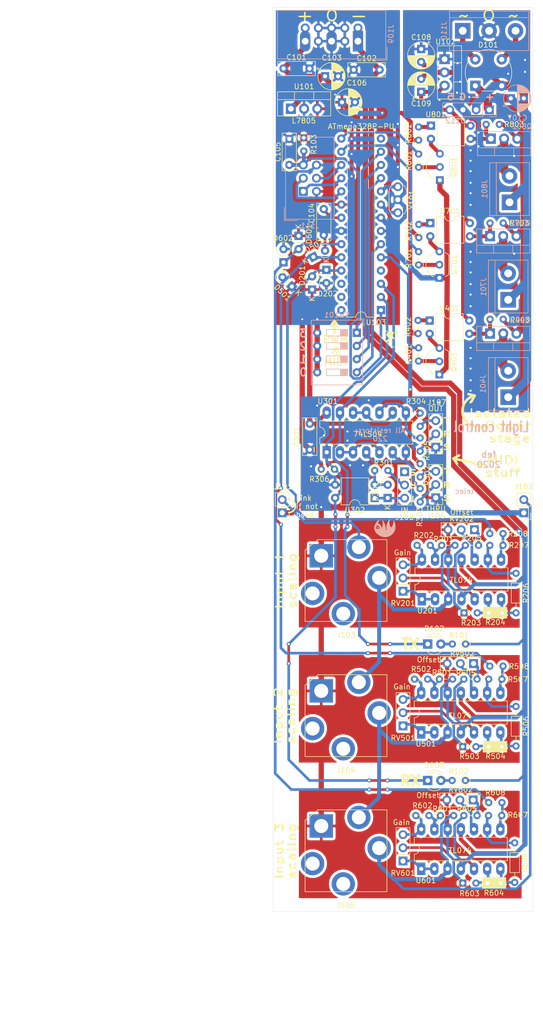
<source format=kicad_pcb>
(kicad_pcb (version 20171130) (host pcbnew "(5.1.5)-3")
  (layers (0 F.Cu signal) (31 B.Cu signal) (34 B.Paste user) (35 F.Paste user) (36 B.SilkS user) (37 F.SilkS user) (38 B.Mask user) (39 F.Mask user) (44 Edge.Cuts user))
  (net 0 "")
  (net 1 +12V)
  (net 2 GND)
  (net 3 -12V)
  (net 4 +5V)
  (net 5 "Net-(D301-Pad2)")
  (net 6 /MIDI/MIDI_IN+)
  (net 7 /Normalize/In)
  (net 8 "Net-(J101-Pad2)")
  (net 9 /sheet606D2594/In)
  (net 10 "Net-(J103-PadR)")
  (net 11 "Net-(J103-PadRN)")
  (net 12 /sheet606D67AE/In)
  (net 13 "Net-(J104-PadR)")
  (net 14 "Net-(J104-PadRN)")
  (net 15 "Net-(J401-Pad2)")
  (net 16 +VDC)
  (net 17 "Net-(J701-Pad2)")
  (net 18 "Net-(J801-Pad2)")
  (net 19 "Net-(Q401-Pad3)")
  (net 20 "Net-(Q401-Pad2)")
  (net 21 -VDC)
  (net 22 "Net-(Q701-Pad3)")
  (net 23 "Net-(Q701-Pad2)")
  (net 24 "Net-(Q801-Pad3)")
  (net 25 "Net-(Q801-Pad2)")
  (net 26 "Net-(R201-Pad1)")
  (net 27 "Net-(R202-Pad1)")
  (net 28 "Net-(R203-Pad2)")
  (net 29 "Net-(R204-Pad2)")
  (net 30 "Net-(R205-Pad1)")
  (net 31 "Net-(R206-Pad1)")
  (net 32 "Net-(R207-Pad1)")
  (net 33 /MIDI/MIDI_IN-)
  (net 34 /MIDI/MIDI_THRU+)
  (net 35 /MIDI/MIDI_THRU-)
  (net 36 "Net-(R303-Pad1)")
  (net 37 /MIDI/MIDI_OUT+)
  (net 38 /MIDI/MIDI_OUT-)
  (net 39 "Net-(R305-Pad1)")
  (net 40 /MIDI_IN)
  (net 41 "Net-(R402-Pad2)")
  (net 42 "Net-(R501-Pad1)")
  (net 43 "Net-(R502-Pad1)")
  (net 44 "Net-(R503-Pad2)")
  (net 45 "Net-(R504-Pad2)")
  (net 46 "Net-(R505-Pad1)")
  (net 47 "Net-(R506-Pad1)")
  (net 48 "Net-(R507-Pad1)")
  (net 49 "Net-(R601-Pad1)")
  (net 50 "Net-(R602-Pad1)")
  (net 51 "Net-(R603-Pad2)")
  (net 52 "Net-(R604-Pad2)")
  (net 53 "Net-(R605-Pad1)")
  (net 54 "Net-(R606-Pad1)")
  (net 55 "Net-(R607-Pad1)")
  (net 56 "Net-(R702-Pad2)")
  (net 57 "Net-(R802-Pad2)")
  (net 58 "Net-(RV201-Pad2)")
  (net 59 "Net-(RV201-Pad1)")
  (net 60 "Net-(RV202-Pad2)")
  (net 61 "Net-(RV501-Pad2)")
  (net 62 "Net-(RV501-Pad1)")
  (net 63 "Net-(RV502-Pad2)")
  (net 64 "Net-(RV601-Pad2)")
  (net 65 "Net-(RV601-Pad1)")
  (net 66 "Net-(RV602-Pad2)")
  (net 67 "Net-(D101-Pad3)")
  (net 68 "Net-(D101-Pad4)")
  (net 69 "Net-(J105-PadR)")
  (net 70 "Net-(J105-PadRN)")
  (net 71 GNDPWR)
  (net 72 +5VP)
  (net 73 /MIDI_OUT)
  (net 74 "Net-(U301-Pad11)")
  (net 75 "Net-(U301-Pad2)")
  (net 76 "Net-(J108-PadS)")
  (net 77 "Net-(C104-Pad2)")
  (net 78 /~RESET)
  (net 79 "Net-(D102-Pad2)")
  (net 80 "Net-(D103-Pad2)")
  (net 81 /ADC1)
  (net 82 /ADC2)
  (net 83 /ADC3)
  (net 84 /MOSI)
  (net 85 /SCK)
  (net 86 /MISO)
  (net 87 /PWM1)
  (net 88 /PWM2)
  (net 89 /PWM3)
  (net 90 "Net-(U103-Pad28)")
  (net 91 "Net-(U103-Pad14)")
  (net 92 "Net-(U103-Pad27)")
  (net 93 "Net-(U103-Pad26)")
  (net 94 "Net-(U103-Pad10)")
  (net 95 "Net-(U103-Pad9)")
  (net 96 "Net-(U103-Pad4)")
  (net 97 "Net-(Q402-Pad1)")
  (net 98 "Net-(Q702-Pad1)")
  (net 99 "Net-(Q802-Pad1)")
  (net 100 "Net-(SW101-Pad4)")
  (net 101 "Net-(SW101-Pad3)")
  (net 102 "Net-(SW101-Pad2)")
  (net 103 "Net-(SW101-Pad1)")
  (module logo:sloth-4 (layer B.Cu) (at 86.3 124.4 180)
    (fp_text reference G*** hide)
    (fp_text value LOGO hide)
  )
  (module logo:ski-4 (layer F.Cu) (at 86.6 88 345)
    (fp_text reference G*** hide)
    (fp_text value LOGO hide)
  )
  (module Button_Switch_THT:SW_DIP_SPSTx04_Slide_9.78x12.34mm_W7.62mm_P2.54mm (layer B.Cu) (at 80.6 87.1 180)
    (fp_text reference SW101 (at 3.81 3.42) (layer B.SilkS) (effects (justify mirror)))
    (fp_text value MIDI_settings)
    (pad 8 thru_hole oval (at 7.62 0 180) (size 1.6 1.6) (drill 0.8) (layers *.Cu *.Mask) (net 2 GND))
    (pad 4 thru_hole oval (at 0 -7.62 180) (size 1.6 1.6) (drill 0.8) (layers *.Cu *.Mask) (net 100 "Net-(SW101-Pad4)"))
    (pad 7 thru_hole oval (at 7.62 -2.54 180) (size 1.6 1.6) (drill 0.8) (layers *.Cu *.Mask) (net 2 GND))
    (pad 3 thru_hole oval (at 0 -5.08 180) (size 1.6 1.6) (drill 0.8) (layers *.Cu *.Mask) (net 101 "Net-(SW101-Pad3)"))
    (pad 6 thru_hole oval (at 7.62 -5.08 180) (size 1.6 1.6) (drill 0.8) (layers *.Cu *.Mask) (net 2 GND))
    (pad 2 thru_hole oval (at 0 -2.54 180) (size 1.6 1.6) (drill 0.8) (layers *.Cu *.Mask) (net 102 "Net-(SW101-Pad2)"))
    (pad 5 thru_hole oval (at 7.62 -7.62 180) (size 1.6 1.6) (drill 0.8) (layers *.Cu *.Mask) (net 2 GND))
    (pad 1 thru_hole rect (at 0 0 180) (size 1.6 1.6) (drill 0.8) (layers *.Cu *.Mask) (net 103 "Net-(SW101-Pad1)"))
  )
  (module Connector_PinHeader_2.54mm:PinHeader_1x04_P2.54mm_Vertical (layer B.Cu) (at 106.12 44.2 90)
    (fp_text reference J112 (at -2.1 -6.62) (layer B.SilkS) (effects (justify mirror)))
    (fp_text value chain_power)
    (pad 4 thru_hole oval (at 0 -7.62 90) (size 1.7 1.7) (drill 1) (layers *.Cu *.Mask) (net 72 +5VP))
    (pad 3 thru_hole oval (at 0 -5.08 90) (size 1.7 1.7) (drill 1) (layers *.Cu *.Mask) (net 71 GNDPWR))
    (pad 2 thru_hole oval (at 0 -2.54 90) (size 1.7 1.7) (drill 1) (layers *.Cu *.Mask) (net 21 -VDC))
    (pad 1 thru_hole rect (at 0 0 90) (size 1.7 1.7) (drill 1) (layers *.Cu *.Mask) (net 16 +VDC))
  )
  (module Package_DIP:DIP-4_W7.62mm (layer F.Cu) (at 94.88 47.25)
    (fp_text reference U801 (at 0.92 -2.15) (layer F.SilkS))
    (fp_text value 6N138)
    (pad 4 thru_hole oval (at 7.62 0) (size 1.6 1.6) (drill 0.8) (layers *.Cu *.Mask) (net 72 +5VP))
    (pad 2 thru_hole oval (at 0 2.54) (size 1.6 1.6) (drill 0.8) (layers *.Cu *.Mask) (net 24 "Net-(Q801-Pad3)"))
    (pad 3 thru_hole oval (at 7.62 2.54) (size 1.6 1.6) (drill 0.8) (layers *.Cu *.Mask) (net 99 "Net-(Q802-Pad1)"))
    (pad 1 thru_hole rect (at 0 0) (size 1.6 1.6) (drill 0.8) (layers *.Cu *.Mask) (net 57 "Net-(R802-Pad2)"))
  )
  (module Connector_IDC:IDC-Header_2x03_P2.54mm_Vertical (layer B.Cu) (at 70.3 59.9)
    (fp_text reference J111 (at 1.27 6.604) (layer B.SilkS) (effects (justify mirror)))
    (fp_text value Programming)
    (pad 6 thru_hole oval (at 2.54 -5.08) (size 1.7272 1.7272) (drill 1.016) (layers *.Cu *.Mask) (net 2 GND))
    (pad 5 thru_hole oval (at 0 -5.08) (size 1.7272 1.7272) (drill 1.016) (layers *.Cu *.Mask) (net 78 /~RESET))
    (pad 4 thru_hole oval (at 2.54 -2.54) (size 1.7272 1.7272) (drill 1.016) (layers *.Cu *.Mask) (net 84 /MOSI))
    (pad 3 thru_hole oval (at 0 -2.54) (size 1.7272 1.7272) (drill 1.016) (layers *.Cu *.Mask) (net 85 /SCK))
    (pad 2 thru_hole oval (at 2.54 0) (size 1.7272 1.7272) (drill 1.016) (layers *.Cu *.Mask) (net 4 +5V))
    (pad 1 thru_hole rect (at 0 0) (size 1.7272 1.7272) (drill 1.016) (layers *.Cu *.Mask) (net 86 /MISO))
  )
  (module Resistor_THT:R_Axial_DIN0204_L3.6mm_D1.6mm_P7.62mm_Horizontal (layer F.Cu) (at 111 185.25 270)
    (fp_text reference R606 (at 3.81 -1.92 90) (layer F.SilkS))
    (fp_text value 100k)
    (pad 2 thru_hole oval (at 7.62 0 270) (size 1.4 1.4) (drill 0.7) (layers *.Cu *.Mask) (net 52 "Net-(R604-Pad2)"))
    (pad 1 thru_hole circle (at 0 0 270) (size 1.4 1.4) (drill 0.7) (layers *.Cu *.Mask) (net 54 "Net-(R606-Pad1)"))
  )
  (module Resistor_THT:R_Axial_DIN0204_L3.6mm_D1.6mm_P7.62mm_Horizontal (layer F.Cu) (at 111.25 159 270)
    (fp_text reference R506 (at 3.81 -1.92 90) (layer F.SilkS))
    (fp_text value 100k)
    (pad 2 thru_hole oval (at 7.62 0 270) (size 1.4 1.4) (drill 0.7) (layers *.Cu *.Mask) (net 45 "Net-(R504-Pad2)"))
    (pad 1 thru_hole circle (at 0 0 270) (size 1.4 1.4) (drill 0.7) (layers *.Cu *.Mask) (net 47 "Net-(R506-Pad1)"))
  )
  (module Resistor_THT:R_Axial_DIN0204_L3.6mm_D1.6mm_P7.62mm_Horizontal (layer F.Cu) (at 111.25 133.38 270)
    (fp_text reference R206 (at 3.81 -1.92 90) (layer F.SilkS))
    (fp_text value 100k)
    (pad 2 thru_hole oval (at 7.62 0 270) (size 1.4 1.4) (drill 0.7) (layers *.Cu *.Mask) (net 29 "Net-(R204-Pad2)"))
    (pad 1 thru_hole circle (at 0 0 270) (size 1.4 1.4) (drill 0.7) (layers *.Cu *.Mask) (net 31 "Net-(R206-Pad1)"))
  )
  (module Diode_THT:D_DO-35_SOD27_P2.54mm_Vertical_KathodeUp (layer F.Cu) (at 66.5 73.54 90)
    (fp_text reference D602 (at 4.64 -0.1 180) (layer F.SilkS))
    (fp_text value 1N4148)
    (fp_text user K (at -1.8 0 90) (layer F.SilkS))
    (pad 2 thru_hole oval (at 2.54 0 90) (size 1.6 1.6) (drill 0.8) (layers *.Cu *.Mask) (net 2 GND))
    (pad 1 thru_hole rect (at 0 0 90) (size 1.6 1.6) (drill 0.8) (layers *.Cu *.Mask) (net 83 /ADC3))
  )
  (module Diode_THT:D_DO-35_SOD27_P2.54mm_Vertical_KathodeUp (layer F.Cu) (at 69.4 68.46 270)
    (fp_text reference D601 (at -0.36 -2 90) (layer F.SilkS))
    (fp_text value 1N4148)
    (fp_text user K (at -1.8 0 90) (layer F.SilkS))
    (pad 2 thru_hole oval (at 2.54 0 270) (size 1.6 1.6) (drill 0.8) (layers *.Cu *.Mask) (net 83 /ADC3))
    (pad 1 thru_hole rect (at 0 0 270) (size 1.6 1.6) (drill 0.8) (layers *.Cu *.Mask) (net 4 +5V))
  )
  (module Diode_THT:D_DO-35_SOD27_P2.54mm_Vertical_KathodeUp (layer F.Cu) (at 72.25 72.5 28)
    (fp_text reference D502 (at 1.118332 -1.783769 28) (layer F.SilkS))
    (fp_text value 1N4148)
    (fp_text user K (at -1.8 0 28) (layer F.SilkS))
    (pad 1 thru_hole rect (at 0 0 28) (size 1.6 1.6) (drill 0.8) (layers *.Cu *.Mask) (net 82 /ADC2))
    (pad 2 thru_hole oval (at 2.54 0 28) (size 1.6 1.6) (drill 0.8) (layers *.Cu *.Mask) (net 2 GND))
  )
  (module Diode_THT:D_DO-35_SOD27_P2.54mm_Vertical_KathodeUp (layer F.Cu) (at 68.1 78.2 135)
    (fp_text reference D501 (at 0.424264 -2.12132 135) (layer F.SilkS))
    (fp_text value 1N4148)
    (fp_text user K (at -1.8 0 135) (layer F.SilkS))
    (pad 2 thru_hole oval (at 2.54 0 135) (size 1.6 1.6) (drill 0.8) (layers *.Cu *.Mask) (net 82 /ADC2))
    (pad 1 thru_hole rect (at 0 0 135) (size 1.6 1.6) (drill 0.8) (layers *.Cu *.Mask) (net 4 +5V))
  )
  (module Diode_THT:D_DO-35_SOD27_P2.54mm_Vertical_KathodeUp (layer F.Cu) (at 74.75 75 270)
    (fp_text reference D202 (at 4.6 -0.25 180) (layer F.SilkS))
    (fp_text value 1N4148)
    (fp_text user K (at -1.8 0 90) (layer F.SilkS))
    (pad 2 thru_hole oval (at 2.54 0 270) (size 1.6 1.6) (drill 0.8) (layers *.Cu *.Mask) (net 2 GND))
    (pad 1 thru_hole rect (at 0 0 270) (size 1.6 1.6) (drill 0.8) (layers *.Cu *.Mask) (net 81 /ADC1))
  )
  (module Diode_THT:D_DO-35_SOD27_P2.54mm_Vertical_KathodeUp (layer F.Cu) (at 72 78.79 90)
    (fp_text reference D201 (at 2.69 -1.9 90) (layer F.SilkS))
    (fp_text value 1N4148)
    (fp_text user K (at -1.8 0 90) (layer F.SilkS))
    (pad 2 thru_hole oval (at 2.54 0 90) (size 1.6 1.6) (drill 0.8) (layers *.Cu *.Mask) (net 81 /ADC1))
    (pad 1 thru_hole rect (at 0 0 90) (size 1.6 1.6) (drill 0.8) (layers *.Cu *.Mask) (net 4 +5V))
  )
  (module Package_DIP:DIP-14_W7.62mm_LongPads (layer F.Cu) (at 93 190.25 90)
    (fp_text reference U601 (at -2.25 0.9 180) (layer F.SilkS))
    (fp_text value TL074 (at 3.55 7.5 180) (layer F.SilkS))
    (pad 14 thru_hole oval (at 7.62 0 90) (size 2.4 1.6) (drill 0.8) (layers *.Cu *.Mask) (net 50 "Net-(R602-Pad1)"))
    (pad 7 thru_hole oval (at 0 15.24 90) (size 2.4 1.6) (drill 0.8) (layers *.Cu *.Mask) (net 52 "Net-(R604-Pad2)"))
    (pad 13 thru_hole oval (at 7.62 2.54 90) (size 2.4 1.6) (drill 0.8) (layers *.Cu *.Mask) (net 49 "Net-(R601-Pad1)"))
    (pad 6 thru_hole oval (at 0 12.7 90) (size 2.4 1.6) (drill 0.8) (layers *.Cu *.Mask) (net 51 "Net-(R603-Pad2)"))
    (pad 12 thru_hole oval (at 7.62 5.08 90) (size 2.4 1.6) (drill 0.8) (layers *.Cu *.Mask) (net 2 GND))
    (pad 5 thru_hole oval (at 0 10.16 90) (size 2.4 1.6) (drill 0.8) (layers *.Cu *.Mask) (net 64 "Net-(RV601-Pad2)"))
    (pad 11 thru_hole oval (at 7.62 7.62 90) (size 2.4 1.6) (drill 0.8) (layers *.Cu *.Mask) (net 3 -12V))
    (pad 4 thru_hole oval (at 0 7.62 90) (size 2.4 1.6) (drill 0.8) (layers *.Cu *.Mask) (net 1 +12V))
    (pad 10 thru_hole oval (at 7.62 10.16 90) (size 2.4 1.6) (drill 0.8) (layers *.Cu *.Mask) (net 66 "Net-(RV602-Pad2)"))
    (pad 3 thru_hole oval (at 0 5.08 90) (size 2.4 1.6) (drill 0.8) (layers *.Cu *.Mask) (net 12 /sheet606D67AE/In))
    (pad 9 thru_hole oval (at 7.62 12.7 90) (size 2.4 1.6) (drill 0.8) (layers *.Cu *.Mask) (net 54 "Net-(R606-Pad1)"))
    (pad 2 thru_hole oval (at 0 2.54 90) (size 2.4 1.6) (drill 0.8) (layers *.Cu *.Mask) (net 65 "Net-(RV601-Pad1)"))
    (pad 8 thru_hole oval (at 7.62 15.24 90) (size 2.4 1.6) (drill 0.8) (layers *.Cu *.Mask) (net 55 "Net-(R607-Pad1)"))
    (pad 1 thru_hole rect (at 0 0 90) (size 2.4 1.6) (drill 0.8) (layers *.Cu *.Mask) (net 65 "Net-(RV601-Pad1)"))
  )
  (module Package_DIP:DIP-14_W7.62mm_LongPads (layer F.Cu) (at 93 164 90)
    (fp_text reference U501 (at -2.2 0.9 180) (layer F.SilkS))
    (fp_text value TL074 (at 3.2 7.5 180) (layer F.SilkS))
    (pad 14 thru_hole oval (at 7.62 0 90) (size 2.4 1.6) (drill 0.8) (layers *.Cu *.Mask) (net 43 "Net-(R502-Pad1)"))
    (pad 7 thru_hole oval (at 0 15.24 90) (size 2.4 1.6) (drill 0.8) (layers *.Cu *.Mask) (net 45 "Net-(R504-Pad2)"))
    (pad 13 thru_hole oval (at 7.62 2.54 90) (size 2.4 1.6) (drill 0.8) (layers *.Cu *.Mask) (net 42 "Net-(R501-Pad1)"))
    (pad 6 thru_hole oval (at 0 12.7 90) (size 2.4 1.6) (drill 0.8) (layers *.Cu *.Mask) (net 44 "Net-(R503-Pad2)"))
    (pad 12 thru_hole oval (at 7.62 5.08 90) (size 2.4 1.6) (drill 0.8) (layers *.Cu *.Mask) (net 2 GND))
    (pad 5 thru_hole oval (at 0 10.16 90) (size 2.4 1.6) (drill 0.8) (layers *.Cu *.Mask) (net 61 "Net-(RV501-Pad2)"))
    (pad 11 thru_hole oval (at 7.62 7.62 90) (size 2.4 1.6) (drill 0.8) (layers *.Cu *.Mask) (net 3 -12V))
    (pad 4 thru_hole oval (at 0 7.62 90) (size 2.4 1.6) (drill 0.8) (layers *.Cu *.Mask) (net 1 +12V))
    (pad 10 thru_hole oval (at 7.62 10.16 90) (size 2.4 1.6) (drill 0.8) (layers *.Cu *.Mask) (net 63 "Net-(RV502-Pad2)"))
    (pad 3 thru_hole oval (at 0 5.08 90) (size 2.4 1.6) (drill 0.8) (layers *.Cu *.Mask) (net 9 /sheet606D2594/In))
    (pad 9 thru_hole oval (at 7.62 12.7 90) (size 2.4 1.6) (drill 0.8) (layers *.Cu *.Mask) (net 47 "Net-(R506-Pad1)"))
    (pad 2 thru_hole oval (at 0 2.54 90) (size 2.4 1.6) (drill 0.8) (layers *.Cu *.Mask) (net 62 "Net-(RV501-Pad1)"))
    (pad 8 thru_hole oval (at 7.62 15.24 90) (size 2.4 1.6) (drill 0.8) (layers *.Cu *.Mask) (net 48 "Net-(R507-Pad1)"))
    (pad 1 thru_hole rect (at 0 0 90) (size 2.4 1.6) (drill 0.8) (layers *.Cu *.Mask) (net 62 "Net-(RV501-Pad1)"))
  )
  (module Package_DIP:DIP-14_W7.62mm_LongPads (layer F.Cu) (at 93.13 138.37 90)
    (fp_text reference U201 (at -2.23 1.07 180) (layer F.SilkS))
    (fp_text value TL074 (at 3.67 7.57 180) (layer F.SilkS))
    (pad 14 thru_hole oval (at 7.62 0 90) (size 2.4 1.6) (drill 0.8) (layers *.Cu *.Mask) (net 27 "Net-(R202-Pad1)"))
    (pad 7 thru_hole oval (at 0 15.24 90) (size 2.4 1.6) (drill 0.8) (layers *.Cu *.Mask) (net 29 "Net-(R204-Pad2)"))
    (pad 13 thru_hole oval (at 7.62 2.54 90) (size 2.4 1.6) (drill 0.8) (layers *.Cu *.Mask) (net 26 "Net-(R201-Pad1)"))
    (pad 6 thru_hole oval (at 0 12.7 90) (size 2.4 1.6) (drill 0.8) (layers *.Cu *.Mask) (net 28 "Net-(R203-Pad2)"))
    (pad 12 thru_hole oval (at 7.62 5.08 90) (size 2.4 1.6) (drill 0.8) (layers *.Cu *.Mask) (net 2 GND))
    (pad 5 thru_hole oval (at 0 10.16 90) (size 2.4 1.6) (drill 0.8) (layers *.Cu *.Mask) (net 58 "Net-(RV201-Pad2)"))
    (pad 11 thru_hole oval (at 7.62 7.62 90) (size 2.4 1.6) (drill 0.8) (layers *.Cu *.Mask) (net 3 -12V))
    (pad 4 thru_hole oval (at 0 7.62 90) (size 2.4 1.6) (drill 0.8) (layers *.Cu *.Mask) (net 1 +12V))
    (pad 10 thru_hole oval (at 7.62 10.16 90) (size 2.4 1.6) (drill 0.8) (layers *.Cu *.Mask) (net 60 "Net-(RV202-Pad2)"))
    (pad 3 thru_hole oval (at 0 5.08 90) (size 2.4 1.6) (drill 0.8) (layers *.Cu *.Mask) (net 7 /Normalize/In))
    (pad 9 thru_hole oval (at 7.62 12.7 90) (size 2.4 1.6) (drill 0.8) (layers *.Cu *.Mask) (net 31 "Net-(R206-Pad1)"))
    (pad 2 thru_hole oval (at 0 2.54 90) (size 2.4 1.6) (drill 0.8) (layers *.Cu *.Mask) (net 59 "Net-(RV201-Pad1)"))
    (pad 8 thru_hole oval (at 7.62 15.24 90) (size 2.4 1.6) (drill 0.8) (layers *.Cu *.Mask) (net 32 "Net-(R207-Pad1)"))
    (pad 1 thru_hole rect (at 0 0 90) (size 2.4 1.6) (drill 0.8) (layers *.Cu *.Mask) (net 59 "Net-(RV201-Pad1)"))
  )
  (module Resistor_THT:R_Axial_DIN0204_L3.6mm_D1.6mm_P2.54mm_Vertical (layer F.Cu) (at 76.3 113.35 180)
    (fp_text reference R306 (at 2.9 -1.92) (layer F.SilkS))
    (fp_text value 220)
    (pad 2 thru_hole oval (at 2.54 0 180) (size 1.4 1.4) (drill 0.7) (layers *.Cu *.Mask) (net 4 +5V))
    (pad 1 thru_hole circle (at 0 0 180) (size 1.4 1.4) (drill 0.7) (layers *.Cu *.Mask) (net 40 /MIDI_IN))
  )
  (module Resistor_THT:R_Axial_DIN0204_L3.6mm_D1.6mm_P2.54mm_Vertical (layer F.Cu) (at 92.8 107.35 270)
    (fp_text reference R305 (at 2.45 -1.3 90) (layer F.SilkS))
    (fp_text value 220)
    (pad 2 thru_hole oval (at 2.54 0 270) (size 1.4 1.4) (drill 0.7) (layers *.Cu *.Mask) (net 38 /MIDI/MIDI_OUT-))
    (pad 1 thru_hole circle (at 0 0 270) (size 1.4 1.4) (drill 0.7) (layers *.Cu *.Mask) (net 39 "Net-(R305-Pad1)"))
  )
  (module Resistor_THT:R_Axial_DIN0204_L3.6mm_D1.6mm_P2.54mm_Vertical (layer F.Cu) (at 92.8 102.56 270)
    (fp_text reference R304 (at -2.26 0.8 180) (layer F.SilkS))
    (fp_text value 220)
    (pad 2 thru_hole oval (at 2.54 0 270) (size 1.4 1.4) (drill 0.7) (layers *.Cu *.Mask) (net 37 /MIDI/MIDI_OUT+))
    (pad 1 thru_hole circle (at 0 0 270) (size 1.4 1.4) (drill 0.7) (layers *.Cu *.Mask) (net 4 +5V))
  )
  (module Resistor_THT:R_Axial_DIN0204_L3.6mm_D1.6mm_P2.54mm_Vertical (layer F.Cu) (at 92.8 117.1 270)
    (fp_text reference R303 (at 5.4 0.1 270) (layer F.SilkS))
    (fp_text value 220)
    (pad 2 thru_hole oval (at 2.54 0 270) (size 1.4 1.4) (drill 0.7) (layers *.Cu *.Mask) (net 35 /MIDI/MIDI_THRU-))
    (pad 1 thru_hole circle (at 0 0 270) (size 1.4 1.4) (drill 0.7) (layers *.Cu *.Mask) (net 36 "Net-(R303-Pad1)"))
  )
  (module Resistor_THT:R_Axial_DIN0204_L3.6mm_D1.6mm_P2.54mm_Vertical (layer F.Cu) (at 92.8 112.31 270)
    (fp_text reference R302 (at 2.29 -1.4 90) (layer F.SilkS))
    (fp_text value 220)
    (pad 2 thru_hole oval (at 2.54 0 270) (size 1.4 1.4) (drill 0.7) (layers *.Cu *.Mask) (net 34 /MIDI/MIDI_THRU+))
    (pad 1 thru_hole circle (at 0 0 270) (size 1.4 1.4) (drill 0.7) (layers *.Cu *.Mask) (net 4 +5V))
  )
  (module Resistor_THT:R_Axial_DIN0204_L3.6mm_D1.6mm_P2.54mm_Vertical (layer F.Cu) (at 84.05 113.6)
    (fp_text reference R301 (at 1.75 -1.5) (layer F.SilkS))
    (fp_text value 220)
    (pad 2 thru_hole oval (at 2.54 0) (size 1.4 1.4) (drill 0.7) (layers *.Cu *.Mask) (net 33 /MIDI/MIDI_IN-))
    (pad 1 thru_hole circle (at 0 0) (size 1.4 1.4) (drill 0.7) (layers *.Cu *.Mask) (net 5 "Net-(D301-Pad2)"))
  )
  (module Diode_THT:D_DO-35_SOD27_P2.54mm_Vertical_KathodeUp (layer F.Cu) (at 86.55 118.89 90)
    (fp_text reference D301 (at 1.27 -2.326371 90) (layer F.SilkS))
    (fp_text value 1N4148)
    (fp_text user K (at -1.8 0 90) (layer F.SilkS))
    (pad 2 thru_hole oval (at 2.54 0 90) (size 1.6 1.6) (drill 0.8) (layers *.Cu *.Mask) (net 5 "Net-(D301-Pad2)"))
    (pad 1 thru_hole rect (at 0 0 90) (size 1.6 1.6) (drill 0.8) (layers *.Cu *.Mask) (net 6 /MIDI/MIDI_IN+))
  )
  (module Resistor_THT:R_Axial_DIN0204_L3.6mm_D1.6mm_P2.54mm_Vertical (layer F.Cu) (at 106 177.5)
    (fp_text reference R608 (at 1.27 -1.92) (layer F.SilkS))
    (fp_text value 1k)
    (pad 2 thru_hole oval (at 2.54 0) (size 1.4 1.4) (drill 0.7) (layers *.Cu *.Mask) (net 55 "Net-(R607-Pad1)"))
    (pad 1 thru_hole circle (at 0 0) (size 1.4 1.4) (drill 0.7) (layers *.Cu *.Mask) (net 83 /ADC3))
  )
  (module Resistor_THT:R_Axial_DIN0204_L3.6mm_D1.6mm_P2.54mm_Vertical (layer F.Cu) (at 108.5 180 180)
    (fp_text reference R607 (at -3.1 0.1) (layer F.SilkS))
    (fp_text value 100k)
    (pad 2 thru_hole oval (at 2.54 0 180) (size 1.4 1.4) (drill 0.7) (layers *.Cu *.Mask) (net 54 "Net-(R606-Pad1)"))
    (pad 1 thru_hole circle (at 0 0 180) (size 1.4 1.4) (drill 0.7) (layers *.Cu *.Mask) (net 55 "Net-(R607-Pad1)"))
  )
  (module Resistor_THT:R_Axial_DIN0204_L3.6mm_D1.6mm_P2.54mm_Vertical (layer F.Cu) (at 103.75 180 180)
    (fp_text reference R605 (at 1.95 1.3) (layer F.SilkS))
    (fp_text value 100k)
    (pad 2 thru_hole oval (at 2.54 0 180) (size 1.4 1.4) (drill 0.7) (layers *.Cu *.Mask) (net 1 +12V))
    (pad 1 thru_hole circle (at 0 0 180) (size 1.4 1.4) (drill 0.7) (layers *.Cu *.Mask) (net 53 "Net-(R605-Pad1)"))
  )
  (module Resistor_THT:R_Axial_DIN0204_L3.6mm_D1.6mm_P2.54mm_Vertical (layer F.Cu) (at 105.75 193)
    (fp_text reference R604 (at 1.25 1.9) (layer F.SilkS))
    (fp_text value 200k)
    (pad 2 thru_hole oval (at 2.54 0) (size 1.4 1.4) (drill 0.7) (layers *.Cu *.Mask) (net 52 "Net-(R604-Pad2)"))
    (pad 1 thru_hole circle (at 0 0) (size 1.4 1.4) (drill 0.7) (layers *.Cu *.Mask) (net 51 "Net-(R603-Pad2)"))
  )
  (module Resistor_THT:R_Axial_DIN0204_L3.6mm_D1.6mm_P2.54mm_Vertical (layer F.Cu) (at 101 193)
    (fp_text reference R603 (at 1.3 2) (layer F.SilkS))
    (fp_text value 100k)
    (pad 2 thru_hole oval (at 2.54 0) (size 1.4 1.4) (drill 0.7) (layers *.Cu *.Mask) (net 51 "Net-(R603-Pad2)"))
    (pad 1 thru_hole circle (at 0 0) (size 1.4 1.4) (drill 0.7) (layers *.Cu *.Mask) (net 2 GND))
  )
  (module Resistor_THT:R_Axial_DIN0204_L3.6mm_D1.6mm_P2.54mm_Vertical (layer F.Cu) (at 91.96 180)
    (fp_text reference R602 (at 1.27 -1.92) (layer F.SilkS))
    (fp_text value 100k)
    (pad 2 thru_hole oval (at 2.54 0) (size 1.4 1.4) (drill 0.7) (layers *.Cu *.Mask) (net 49 "Net-(R601-Pad1)"))
    (pad 1 thru_hole circle (at 0 0) (size 1.4 1.4) (drill 0.7) (layers *.Cu *.Mask) (net 50 "Net-(R602-Pad1)"))
  )
  (module Resistor_THT:R_Axial_DIN0204_L3.6mm_D1.6mm_P2.54mm_Vertical (layer F.Cu) (at 96.71 180)
    (fp_text reference R601 (at 0.39 -1.3) (layer F.SilkS))
    (fp_text value 100k)
    (pad 2 thru_hole oval (at 2.54 0) (size 1.4 1.4) (drill 0.7) (layers *.Cu *.Mask) (net 12 /sheet606D67AE/In))
    (pad 1 thru_hole circle (at 0 0) (size 1.4 1.4) (drill 0.7) (layers *.Cu *.Mask) (net 49 "Net-(R601-Pad1)"))
  )
  (module Resistor_THT:R_Axial_DIN0204_L3.6mm_D1.6mm_P2.54mm_Vertical (layer F.Cu) (at 106.21 151.25)
    (fp_text reference R508 (at 5.59 0.05) (layer F.SilkS))
    (fp_text value 1k)
    (pad 2 thru_hole oval (at 2.54 0) (size 1.4 1.4) (drill 0.7) (layers *.Cu *.Mask) (net 48 "Net-(R507-Pad1)"))
    (pad 1 thru_hole circle (at 0 0) (size 1.4 1.4) (drill 0.7) (layers *.Cu *.Mask) (net 82 /ADC2))
  )
  (module Resistor_THT:R_Axial_DIN0204_L3.6mm_D1.6mm_P2.54mm_Vertical (layer F.Cu) (at 108.54 153.75 180)
    (fp_text reference R507 (at -3.06 -0.05) (layer F.SilkS))
    (fp_text value 100k)
    (pad 2 thru_hole oval (at 2.54 0 180) (size 1.4 1.4) (drill 0.7) (layers *.Cu *.Mask) (net 47 "Net-(R506-Pad1)"))
    (pad 1 thru_hole circle (at 0 0 180) (size 1.4 1.4) (drill 0.7) (layers *.Cu *.Mask) (net 48 "Net-(R507-Pad1)"))
  )
  (module Resistor_THT:R_Axial_DIN0204_L3.6mm_D1.6mm_P2.54mm_Vertical (layer F.Cu) (at 103.75 153.75 180)
    (fp_text reference R505 (at 2.15 1.15) (layer F.SilkS))
    (fp_text value 100k)
    (pad 2 thru_hole oval (at 2.54 0 180) (size 1.4 1.4) (drill 0.7) (layers *.Cu *.Mask) (net 1 +12V))
    (pad 1 thru_hole circle (at 0 0 180) (size 1.4 1.4) (drill 0.7) (layers *.Cu *.Mask) (net 46 "Net-(R505-Pad1)"))
  )
  (module Resistor_THT:R_Axial_DIN0204_L3.6mm_D1.6mm_P2.54mm_Vertical (layer F.Cu) (at 105.96 166.75)
    (fp_text reference R504 (at 1.34 1.85) (layer F.SilkS))
    (fp_text value 200k)
    (pad 2 thru_hole oval (at 2.54 0) (size 1.4 1.4) (drill 0.7) (layers *.Cu *.Mask) (net 45 "Net-(R504-Pad2)"))
    (pad 1 thru_hole circle (at 0 0) (size 1.4 1.4) (drill 0.7) (layers *.Cu *.Mask) (net 44 "Net-(R503-Pad2)"))
  )
  (module Resistor_THT:R_Axial_DIN0204_L3.6mm_D1.6mm_P2.54mm_Vertical (layer F.Cu) (at 101 166.75)
    (fp_text reference R503 (at 1.3 1.85) (layer F.SilkS))
    (fp_text value 100k)
    (pad 2 thru_hole oval (at 2.54 0) (size 1.4 1.4) (drill 0.7) (layers *.Cu *.Mask) (net 44 "Net-(R503-Pad2)"))
    (pad 1 thru_hole circle (at 0 0) (size 1.4 1.4) (drill 0.7) (layers *.Cu *.Mask) (net 2 GND))
  )
  (module Resistor_THT:R_Axial_DIN0204_L3.6mm_D1.6mm_P2.54mm_Vertical (layer F.Cu) (at 91.71 153.75)
    (fp_text reference R502 (at 1.27 -1.92) (layer F.SilkS))
    (fp_text value 100k)
    (pad 2 thru_hole oval (at 2.54 0) (size 1.4 1.4) (drill 0.7) (layers *.Cu *.Mask) (net 42 "Net-(R501-Pad1)"))
    (pad 1 thru_hole circle (at 0 0) (size 1.4 1.4) (drill 0.7) (layers *.Cu *.Mask) (net 43 "Net-(R502-Pad1)"))
  )
  (module Resistor_THT:R_Axial_DIN0204_L3.6mm_D1.6mm_P2.54mm_Vertical (layer F.Cu) (at 96.5 153.75)
    (fp_text reference R501 (at 0.5 -1.25) (layer F.SilkS))
    (fp_text value 100k)
    (pad 2 thru_hole oval (at 2.54 0) (size 1.4 1.4) (drill 0.7) (layers *.Cu *.Mask) (net 9 /sheet606D2594/In))
    (pad 1 thru_hole circle (at 0 0) (size 1.4 1.4) (drill 0.7) (layers *.Cu *.Mask) (net 42 "Net-(R501-Pad1)"))
  )
  (module Resistor_THT:R_Axial_DIN0204_L3.6mm_D1.6mm_P2.54mm_Vertical (layer F.Cu) (at 106.21 125.75)
    (fp_text reference R208 (at 5.39 0.05) (layer F.SilkS))
    (fp_text value 1k)
    (pad 2 thru_hole oval (at 2.54 0) (size 1.4 1.4) (drill 0.7) (layers *.Cu *.Mask) (net 32 "Net-(R207-Pad1)"))
    (pad 1 thru_hole circle (at 0 0) (size 1.4 1.4) (drill 0.7) (layers *.Cu *.Mask) (net 81 /ADC1))
  )
  (module Resistor_THT:R_Axial_DIN0204_L3.6mm_D1.6mm_P2.54mm_Vertical (layer F.Cu) (at 108.75 128 180)
    (fp_text reference R207 (at -3.05 0) (layer F.SilkS))
    (fp_text value 100k)
    (pad 2 thru_hole oval (at 2.54 0 180) (size 1.4 1.4) (drill 0.7) (layers *.Cu *.Mask) (net 31 "Net-(R206-Pad1)"))
    (pad 1 thru_hole circle (at 0 0 180) (size 1.4 1.4) (drill 0.7) (layers *.Cu *.Mask) (net 32 "Net-(R207-Pad1)"))
  )
  (module Resistor_THT:R_Axial_DIN0204_L3.6mm_D1.6mm_P2.54mm_Vertical (layer F.Cu) (at 104.04 128 180)
    (fp_text reference R205 (at 1.34 1.4) (layer F.SilkS))
    (fp_text value 100k)
    (pad 2 thru_hole oval (at 2.54 0 180) (size 1.4 1.4) (drill 0.7) (layers *.Cu *.Mask) (net 1 +12V))
    (pad 1 thru_hole circle (at 0 0 180) (size 1.4 1.4) (drill 0.7) (layers *.Cu *.Mask) (net 30 "Net-(R205-Pad1)"))
  )
  (module Resistor_THT:R_Axial_DIN0204_L3.6mm_D1.6mm_P2.54mm_Vertical (layer F.Cu) (at 106 141)
    (fp_text reference R204 (at 1.27 1.8) (layer F.SilkS))
    (fp_text value 200k)
    (pad 2 thru_hole oval (at 2.54 0) (size 1.4 1.4) (drill 0.7) (layers *.Cu *.Mask) (net 29 "Net-(R204-Pad2)"))
    (pad 1 thru_hole circle (at 0 0) (size 1.4 1.4) (drill 0.7) (layers *.Cu *.Mask) (net 28 "Net-(R203-Pad2)"))
  )
  (module Resistor_THT:R_Axial_DIN0204_L3.6mm_D1.6mm_P2.54mm_Vertical (layer F.Cu) (at 101.25 141)
    (fp_text reference R203 (at 1.35 1.9) (layer F.SilkS))
    (fp_text value 100k)
    (pad 2 thru_hole oval (at 2.54 0) (size 1.4 1.4) (drill 0.7) (layers *.Cu *.Mask) (net 28 "Net-(R203-Pad2)"))
    (pad 1 thru_hole circle (at 0 0) (size 1.4 1.4) (drill 0.7) (layers *.Cu *.Mask) (net 2 GND))
  )
  (module Resistor_THT:R_Axial_DIN0204_L3.6mm_D1.6mm_P2.54mm_Vertical (layer F.Cu) (at 92.21 128)
    (fp_text reference R202 (at 1.27 -1.92) (layer F.SilkS))
    (fp_text value 100k)
    (pad 2 thru_hole oval (at 2.54 0) (size 1.4 1.4) (drill 0.7) (layers *.Cu *.Mask) (net 26 "Net-(R201-Pad1)"))
    (pad 1 thru_hole circle (at 0 0) (size 1.4 1.4) (drill 0.7) (layers *.Cu *.Mask) (net 27 "Net-(R202-Pad1)"))
  )
  (module Resistor_THT:R_Axial_DIN0204_L3.6mm_D1.6mm_P2.54mm_Vertical (layer F.Cu) (at 96.96 128)
    (fp_text reference R201 (at 0.34 -1.2) (layer F.SilkS))
    (fp_text value 100k)
    (pad 2 thru_hole oval (at 2.54 0) (size 1.4 1.4) (drill 0.7) (layers *.Cu *.Mask) (net 7 /Normalize/In))
    (pad 1 thru_hole circle (at 0 0) (size 1.4 1.4) (drill 0.7) (layers *.Cu *.Mask) (net 26 "Net-(R201-Pad1)"))
  )
  (module Resistor_THT:R_Axial_DIN0204_L3.6mm_D1.6mm_P2.54mm_Vertical (layer F.Cu) (at 105.5 47)
    (fp_text reference R803 (at 5.4 0) (layer F.SilkS))
    (fp_text value 1k)
    (pad 2 thru_hole oval (at 2.54 0) (size 1.4 1.4) (drill 0.7) (layers *.Cu *.Mask) (net 21 -VDC))
    (pad 1 thru_hole circle (at 0 0) (size 1.4 1.4) (drill 0.7) (layers *.Cu *.Mask) (net 99 "Net-(Q802-Pad1)"))
  )
  (module Resistor_THT:R_Axial_DIN0204_L3.6mm_D1.6mm_P2.54mm_Vertical (layer F.Cu) (at 92.5 50.04 90)
    (fp_text reference R802 (at 1.27 -1.92 90) (layer F.SilkS))
    (fp_text value 100)
    (pad 2 thru_hole oval (at 2.54 0 90) (size 1.4 1.4) (drill 0.7) (layers *.Cu *.Mask) (net 57 "Net-(R802-Pad2)"))
    (pad 1 thru_hole circle (at 0 0 90) (size 1.4 1.4) (drill 0.7) (layers *.Cu *.Mask) (net 4 +5V))
  )
  (module Resistor_THT:R_Axial_DIN0204_L3.6mm_D1.6mm_P2.54mm_Vertical (layer F.Cu) (at 92.5 55.25 90)
    (fp_text reference R801 (at 1.27 -1.92 90) (layer F.SilkS))
    (fp_text value 1k)
    (pad 2 thru_hole oval (at 2.54 0 90) (size 1.4 1.4) (drill 0.7) (layers *.Cu *.Mask) (net 87 /PWM1))
    (pad 1 thru_hole circle (at 0 0 90) (size 1.4 1.4) (drill 0.7) (layers *.Cu *.Mask) (net 25 "Net-(Q801-Pad2)"))
  )
  (module Resistor_THT:R_Axial_DIN0204_L3.6mm_D1.6mm_P2.54mm_Vertical (layer F.Cu) (at 106.25 66)
    (fp_text reference R703 (at 5.65 0) (layer F.SilkS))
    (fp_text value 1k)
    (pad 2 thru_hole oval (at 2.54 0) (size 1.4 1.4) (drill 0.7) (layers *.Cu *.Mask) (net 21 -VDC))
    (pad 1 thru_hole circle (at 0 0) (size 1.4 1.4) (drill 0.7) (layers *.Cu *.Mask) (net 98 "Net-(Q702-Pad1)"))
  )
  (module Resistor_THT:R_Axial_DIN0204_L3.6mm_D1.6mm_P2.54mm_Vertical (layer F.Cu) (at 92.54 68.79 90)
    (fp_text reference R702 (at 1.27 -1.92 90) (layer F.SilkS))
    (fp_text value 100)
    (pad 2 thru_hole oval (at 2.54 0 90) (size 1.4 1.4) (drill 0.7) (layers *.Cu *.Mask) (net 56 "Net-(R702-Pad2)"))
    (pad 1 thru_hole circle (at 0 0 90) (size 1.4 1.4) (drill 0.7) (layers *.Cu *.Mask) (net 4 +5V))
  )
  (module Resistor_THT:R_Axial_DIN0204_L3.6mm_D1.6mm_P2.54mm_Vertical (layer F.Cu) (at 92.5 74.04 90)
    (fp_text reference R701 (at 1.27 -1.92 90) (layer F.SilkS))
    (fp_text value 1k)
    (pad 2 thru_hole oval (at 2.54 0 90) (size 1.4 1.4) (drill 0.7) (layers *.Cu *.Mask) (net 88 /PWM2))
    (pad 1 thru_hole circle (at 0 0 90) (size 1.4 1.4) (drill 0.7) (layers *.Cu *.Mask) (net 23 "Net-(Q701-Pad2)"))
  )
  (module Resistor_THT:R_Axial_DIN0204_L3.6mm_D1.6mm_P2.54mm_Vertical (layer F.Cu) (at 106.25 84.5)
    (fp_text reference R403 (at 5.75 0.2) (layer F.SilkS))
    (fp_text value 1k)
    (pad 2 thru_hole oval (at 2.54 0) (size 1.4 1.4) (drill 0.7) (layers *.Cu *.Mask) (net 21 -VDC))
    (pad 1 thru_hole circle (at 0 0) (size 1.4 1.4) (drill 0.7) (layers *.Cu *.Mask) (net 97 "Net-(Q402-Pad1)"))
  )
  (module Resistor_THT:R_Axial_DIN0204_L3.6mm_D1.6mm_P2.54mm_Vertical (layer F.Cu) (at 92.4 87.25 90)
    (fp_text reference R402 (at 1.27 -1.92 90) (layer F.SilkS))
    (fp_text value 100)
    (pad 2 thru_hole oval (at 2.54 0 90) (size 1.4 1.4) (drill 0.7) (layers *.Cu *.Mask) (net 41 "Net-(R402-Pad2)"))
    (pad 1 thru_hole circle (at 0 0 90) (size 1.4 1.4) (drill 0.7) (layers *.Cu *.Mask) (net 4 +5V))
  )
  (module Resistor_THT:R_Axial_DIN0204_L3.6mm_D1.6mm_P2.54mm_Vertical (layer F.Cu) (at 92.5 92.54 90)
    (fp_text reference R401 (at 1.27 -1.92 90) (layer F.SilkS))
    (fp_text value 1k)
    (pad 2 thru_hole oval (at 2.54 0 90) (size 1.4 1.4) (drill 0.7) (layers *.Cu *.Mask) (net 89 /PWM3))
    (pad 1 thru_hole circle (at 0 0 90) (size 1.4 1.4) (drill 0.7) (layers *.Cu *.Mask) (net 20 "Net-(Q401-Pad2)"))
  )
  (module Crystal:Resonator-3Pin_W6.0mm_H3.0mm (layer F.Cu) (at 88.5 59 270)
    (fp_text reference Y101 (at 2.5 -2.7 90) (layer F.SilkS))
    (fp_text value 16MHz)
    (pad 3 thru_hole circle (at 5 0 270) (size 1.7 1.7) (drill 1) (layers *.Cu *.Mask) (net 95 "Net-(U103-Pad9)"))
    (pad 2 thru_hole circle (at 2.5 0 270) (size 1.7 1.7) (drill 1) (layers *.Cu *.Mask) (net 2 GND))
    (pad 1 thru_hole circle (at 0 0 270) (size 1.7 1.7) (drill 1) (layers *.Cu *.Mask) (net 94 "Net-(U103-Pad10)"))
  )
  (module Package_DIP:DIP-28_W7.62mm (layer F.Cu) (at 85.25 82.75 180)
    (fp_text reference U103 (at 0.95 -2.35) (layer F.SilkS))
    (fp_text value ATmega328P-PU (at 3.81 35.35) (layer F.SilkS))
    (pad 28 thru_hole oval (at 7.62 0 180) (size 1.6 1.6) (drill 0.8) (layers *.Cu *.Mask) (net 90 "Net-(U103-Pad28)"))
    (pad 14 thru_hole oval (at 0 33.02 180) (size 1.6 1.6) (drill 0.8) (layers *.Cu *.Mask) (net 91 "Net-(U103-Pad14)"))
    (pad 27 thru_hole oval (at 7.62 2.54 180) (size 1.6 1.6) (drill 0.8) (layers *.Cu *.Mask) (net 92 "Net-(U103-Pad27)"))
    (pad 13 thru_hole oval (at 0 30.48 180) (size 1.6 1.6) (drill 0.8) (layers *.Cu *.Mask) (net 103 "Net-(SW101-Pad1)"))
    (pad 26 thru_hole oval (at 7.62 5.08 180) (size 1.6 1.6) (drill 0.8) (layers *.Cu *.Mask) (net 93 "Net-(U103-Pad26)"))
    (pad 12 thru_hole oval (at 0 27.94 180) (size 1.6 1.6) (drill 0.8) (layers *.Cu *.Mask) (net 102 "Net-(SW101-Pad2)"))
    (pad 25 thru_hole oval (at 7.62 7.62 180) (size 1.6 1.6) (drill 0.8) (layers *.Cu *.Mask) (net 81 /ADC1))
    (pad 11 thru_hole oval (at 0 25.4 180) (size 1.6 1.6) (drill 0.8) (layers *.Cu *.Mask) (net 101 "Net-(SW101-Pad3)"))
    (pad 24 thru_hole oval (at 7.62 10.16 180) (size 1.6 1.6) (drill 0.8) (layers *.Cu *.Mask) (net 82 /ADC2))
    (pad 10 thru_hole oval (at 0 22.86 180) (size 1.6 1.6) (drill 0.8) (layers *.Cu *.Mask) (net 94 "Net-(U103-Pad10)"))
    (pad 23 thru_hole oval (at 7.62 12.7 180) (size 1.6 1.6) (drill 0.8) (layers *.Cu *.Mask) (net 83 /ADC3))
    (pad 9 thru_hole oval (at 0 20.32 180) (size 1.6 1.6) (drill 0.8) (layers *.Cu *.Mask) (net 95 "Net-(U103-Pad9)"))
    (pad 22 thru_hole oval (at 7.62 15.24 180) (size 1.6 1.6) (drill 0.8) (layers *.Cu *.Mask) (net 2 GND))
    (pad 8 thru_hole oval (at 0 17.78 180) (size 1.6 1.6) (drill 0.8) (layers *.Cu *.Mask) (net 2 GND))
    (pad 21 thru_hole oval (at 7.62 17.78 180) (size 1.6 1.6) (drill 0.8) (layers *.Cu *.Mask) (net 77 "Net-(C104-Pad2)"))
    (pad 7 thru_hole oval (at 0 15.24 180) (size 1.6 1.6) (drill 0.8) (layers *.Cu *.Mask) (net 4 +5V))
    (pad 20 thru_hole oval (at 7.62 20.32 180) (size 1.6 1.6) (drill 0.8) (layers *.Cu *.Mask) (net 4 +5V))
    (pad 6 thru_hole oval (at 0 12.7 180) (size 1.6 1.6) (drill 0.8) (layers *.Cu *.Mask) (net 100 "Net-(SW101-Pad4)"))
    (pad 19 thru_hole oval (at 7.62 22.86 180) (size 1.6 1.6) (drill 0.8) (layers *.Cu *.Mask) (net 85 /SCK))
    (pad 5 thru_hole oval (at 0 10.16 180) (size 1.6 1.6) (drill 0.8) (layers *.Cu *.Mask) (net 89 /PWM3))
    (pad 18 thru_hole oval (at 7.62 25.4 180) (size 1.6 1.6) (drill 0.8) (layers *.Cu *.Mask) (net 86 /MISO))
    (pad 4 thru_hole oval (at 0 7.62 180) (size 1.6 1.6) (drill 0.8) (layers *.Cu *.Mask) (net 96 "Net-(U103-Pad4)"))
    (pad 17 thru_hole oval (at 7.62 27.94 180) (size 1.6 1.6) (drill 0.8) (layers *.Cu *.Mask) (net 84 /MOSI))
    (pad 3 thru_hole oval (at 0 5.08 180) (size 1.6 1.6) (drill 0.8) (layers *.Cu *.Mask) (net 73 /MIDI_OUT))
    (pad 16 thru_hole oval (at 7.62 30.48 180) (size 1.6 1.6) (drill 0.8) (layers *.Cu *.Mask) (net 88 /PWM2))
    (pad 2 thru_hole oval (at 0 2.54 180) (size 1.6 1.6) (drill 0.8) (layers *.Cu *.Mask) (net 40 /MIDI_IN))
    (pad 15 thru_hole oval (at 7.62 33.02 180) (size 1.6 1.6) (drill 0.8) (layers *.Cu *.Mask) (net 87 /PWM1))
    (pad 1 thru_hole rect (at 0 0 180) (size 1.6 1.6) (drill 0.8) (layers *.Cu *.Mask) (net 78 /~RESET))
  )
  (module Resistor_THT:R_Axial_DIN0204_L3.6mm_D1.6mm_P2.54mm_Vertical (layer F.Cu) (at 70.4 49.6 270)
    (fp_text reference R103 (at 1.27 -1.92 90) (layer F.SilkS))
    (fp_text value 22k)
    (pad 2 thru_hole oval (at 2.54 0 270) (size 1.4 1.4) (drill 0.7) (layers *.Cu *.Mask) (net 78 /~RESET))
    (pad 1 thru_hole circle (at 0 0 270) (size 1.4 1.4) (drill 0.7) (layers *.Cu *.Mask) (net 4 +5V))
  )
  (module Resistor_THT:R_Axial_DIN0204_L3.6mm_D1.6mm_P2.54mm_Vertical (layer F.Cu) (at 101.5 173.25 180)
    (fp_text reference R102 (at 1.3 1.75) (layer F.SilkS))
    (fp_text value 1K)
    (pad 2 thru_hole oval (at 2.54 0 180) (size 1.4 1.4) (drill 0.7) (layers *.Cu *.Mask) (net 80 "Net-(D103-Pad2)"))
    (pad 1 thru_hole circle (at 0 0 180) (size 1.4 1.4) (drill 0.7) (layers *.Cu *.Mask) (net 1 +12V))
  )
  (module Resistor_THT:R_Axial_DIN0204_L3.6mm_D1.6mm_P2.54mm_Vertical (layer F.Cu) (at 101.54 147 180)
    (fp_text reference R101 (at 1.24 1.7) (layer F.SilkS))
    (fp_text value 1K)
    (pad 2 thru_hole oval (at 2.54 0 180) (size 1.4 1.4) (drill 0.7) (layers *.Cu *.Mask) (net 79 "Net-(D102-Pad2)"))
    (pad 1 thru_hole circle (at 0 0 180) (size 1.4 1.4) (drill 0.7) (layers *.Cu *.Mask) (net 1 +12V))
  )
  (module LED_THT:LED_D3.0mm_FlatTop (layer F.Cu) (at 94.25 173.25)
    (fp_text reference D103 (at 1.27 -2.96) (layer F.SilkS))
    (fp_text value LED)
    (pad 2 thru_hole circle (at 2.54 0) (size 1.8 1.8) (drill 0.9) (layers *.Cu *.Mask) (net 80 "Net-(D103-Pad2)"))
    (pad 1 thru_hole rect (at 0 0) (size 1.8 1.8) (drill 0.9) (layers *.Cu *.Mask) (net 40 /MIDI_IN))
  )
  (module LED_THT:LED_D3.0mm_FlatTop (layer F.Cu) (at 94.25 147)
    (fp_text reference D102 (at 1.27 -2.96) (layer F.SilkS))
    (fp_text value LED)
    (pad 2 thru_hole circle (at 2.54 0) (size 1.8 1.8) (drill 0.9) (layers *.Cu *.Mask) (net 79 "Net-(D102-Pad2)"))
    (pad 1 thru_hole rect (at 0 0) (size 1.8 1.8) (drill 0.9) (layers *.Cu *.Mask) (net 73 /MIDI_OUT))
  )
  (module Capacitor_THT:CP_Radial_D5.0mm_P2.50mm (layer F.Cu) (at 93 40.75 90)
    (fp_text reference C109 (at -2.25 0 180) (layer F.SilkS))
    (fp_text value 1u)
    (pad 2 thru_hole circle (at 2.5 0 90) (size 1.6 1.6) (drill 0.8) (layers *.Cu *.Mask) (net 21 -VDC))
    (pad 1 thru_hole rect (at 0 0 90) (size 1.6 1.6) (drill 0.8) (layers *.Cu *.Mask) (net 72 +5VP))
  )
  (module Capacitor_THT:CP_Radial_D5.0mm_P2.50mm (layer F.Cu) (at 93 32.5 270)
    (fp_text reference C108 (at -2.25 0 180) (layer F.SilkS))
    (fp_text value 1u)
    (pad 2 thru_hole circle (at 2.5 0 270) (size 1.6 1.6) (drill 0.8) (layers *.Cu *.Mask) (net 21 -VDC))
    (pad 1 thru_hole rect (at 0 0 270) (size 1.6 1.6) (drill 0.8) (layers *.Cu *.Mask) (net 71 GNDPWR))
  )
  (module Capacitor_THT:CP_Radial_D5.0mm_P2.50mm (layer B.Cu) (at 110.25 42)
    (fp_text reference C107 (at 1.25 3.75) (layer B.SilkS) (effects (justify mirror)))
    (fp_text value 10u)
    (pad 2 thru_hole circle (at 2.5 0) (size 1.6 1.6) (drill 0.8) (layers *.Cu *.Mask) (net 21 -VDC))
    (pad 1 thru_hole rect (at 0 0) (size 1.6 1.6) (drill 0.8) (layers *.Cu *.Mask) (net 16 +VDC))
  )
  (module Capacitor_THT:CP_Radial_D5.0mm_P2.50mm (layer F.Cu) (at 77.75 42.75)
    (fp_text reference C106 (at 2.85 -3.75) (layer F.SilkS))
    (fp_text value 1u)
    (pad 2 thru_hole circle (at 2.5 0) (size 1.6 1.6) (drill 0.8) (layers *.Cu *.Mask) (net 2 GND))
    (pad 1 thru_hole rect (at 0 0) (size 1.6 1.6) (drill 0.8) (layers *.Cu *.Mask) (net 4 +5V))
  )
  (module Capacitor_THT:C_Disc_D7.0mm_W2.5mm_P5.00mm (layer F.Cu) (at 67.6 49.8 270)
    (fp_text reference C105 (at 2.5 2.2 90) (layer F.SilkS))
    (fp_text value 100n)
    (pad 2 thru_hole circle (at 5 0 270) (size 1.6 1.6) (drill 0.8) (layers *.Cu *.Mask) (net 78 /~RESET))
    (pad 1 thru_hole circle (at 0 0 270) (size 1.6 1.6) (drill 0.8) (layers *.Cu *.Mask) (net 2 GND))
  )
  (module Capacitor_THT:C_Disc_D7.0mm_W2.5mm_P5.00mm (layer F.Cu) (at 74.25 68.3 90)
    (fp_text reference C104 (at 4.2 -2.35 90) (layer F.SilkS))
    (fp_text value 100n)
    (pad 2 thru_hole circle (at 5 0 90) (size 1.6 1.6) (drill 0.8) (layers *.Cu *.Mask) (net 77 "Net-(C104-Pad2)"))
    (pad 1 thru_hole circle (at 0 0 90) (size 1.6 1.6) (drill 0.8) (layers *.Cu *.Mask) (net 2 GND))
  )
  (module Capacitor_THT:CP_Radial_D5.0mm_P2.50mm (layer F.Cu) (at 74.5 37.75)
    (fp_text reference C103 (at 1.3 -3.55) (layer F.SilkS))
    (fp_text value 1u)
    (pad 2 thru_hole circle (at 2.5 0) (size 1.6 1.6) (drill 0.8) (layers *.Cu *.Mask) (net 2 GND))
    (pad 1 thru_hole rect (at 0 0) (size 1.6 1.6) (drill 0.8) (layers *.Cu *.Mask) (net 1 +12V))
  )
  (module Package_DIP:DIP-4_W7.62mm (layer F.Cu) (at 94.75 66)
    (fp_text reference U701 (at 3.81 -2.33) (layer F.SilkS))
    (fp_text value 6N138)
    (pad 4 thru_hole oval (at 7.62 0) (size 1.6 1.6) (drill 0.8) (layers *.Cu *.Mask) (net 72 +5VP))
    (pad 2 thru_hole oval (at 0 2.54) (size 1.6 1.6) (drill 0.8) (layers *.Cu *.Mask) (net 22 "Net-(Q701-Pad3)"))
    (pad 3 thru_hole oval (at 7.62 2.54) (size 1.6 1.6) (drill 0.8) (layers *.Cu *.Mask) (net 98 "Net-(Q702-Pad1)"))
    (pad 1 thru_hole rect (at 0 0) (size 1.6 1.6) (drill 0.8) (layers *.Cu *.Mask) (net 56 "Net-(R702-Pad2)"))
  )
  (module Package_DIP:DIP-4_W7.62mm (layer F.Cu) (at 94.63 84.75)
    (fp_text reference U401 (at 3.81 -2.33) (layer F.SilkS))
    (fp_text value 6N138)
    (pad 4 thru_hole oval (at 7.62 0) (size 1.6 1.6) (drill 0.8) (layers *.Cu *.Mask) (net 72 +5VP))
    (pad 2 thru_hole oval (at 0 2.54) (size 1.6 1.6) (drill 0.8) (layers *.Cu *.Mask) (net 19 "Net-(Q401-Pad3)"))
    (pad 3 thru_hole oval (at 7.62 2.54) (size 1.6 1.6) (drill 0.8) (layers *.Cu *.Mask) (net 97 "Net-(Q402-Pad1)"))
    (pad 1 thru_hole rect (at 0 0) (size 1.6 1.6) (drill 0.8) (layers *.Cu *.Mask) (net 41 "Net-(R402-Pad2)"))
  )
  (module Package_DIP:DIP-4_W7.62mm (layer F.Cu) (at 84.05 118.89 180)
    (fp_text reference U302 (at 3.81 -2.33) (layer F.SilkS))
    (fp_text value 6N138)
    (pad 4 thru_hole oval (at 7.62 0 180) (size 1.6 1.6) (drill 0.8) (layers *.Cu *.Mask) (net 40 /MIDI_IN))
    (pad 2 thru_hole oval (at 0 2.54 180) (size 1.6 1.6) (drill 0.8) (layers *.Cu *.Mask) (net 5 "Net-(D301-Pad2)"))
    (pad 3 thru_hole oval (at 7.62 2.54 180) (size 1.6 1.6) (drill 0.8) (layers *.Cu *.Mask) (net 2 GND))
    (pad 1 thru_hole rect (at 0 0 180) (size 1.6 1.6) (drill 0.8) (layers *.Cu *.Mask) (net 6 /MIDI/MIDI_IN+))
  )
  (module Package_DIP:DIP-14_W7.62mm_LongPads (layer F.Cu) (at 74.81 110.1 90)
    (fp_text reference U301 (at 9.8 0.19 180) (layer F.SilkS))
    (fp_text value 74LS04 (at 3.5 7.89 180) (layer F.SilkS))
    (pad 14 thru_hole oval (at 7.62 0 90) (size 2.4 1.6) (drill 0.8) (layers *.Cu *.Mask) (net 4 +5V))
    (pad 7 thru_hole oval (at 0 15.24 90) (size 2.4 1.6) (drill 0.8) (layers *.Cu *.Mask) (net 2 GND))
    (pad 13 thru_hole oval (at 7.62 2.54 90) (size 2.4 1.6) (drill 0.8) (layers *.Cu *.Mask) (net 73 /MIDI_OUT))
    (pad 6 thru_hole oval (at 0 12.7 90) (size 2.4 1.6) (drill 0.8) (layers *.Cu *.Mask) (net 36 "Net-(R303-Pad1)"))
    (pad 12 thru_hole oval (at 7.62 5.08 90) (size 2.4 1.6) (drill 0.8) (layers *.Cu *.Mask) (net 74 "Net-(U301-Pad11)"))
    (pad 5 thru_hole oval (at 0 10.16 90) (size 2.4 1.6) (drill 0.8) (layers *.Cu *.Mask) (net 75 "Net-(U301-Pad2)"))
    (pad 11 thru_hole oval (at 7.62 7.62 90) (size 2.4 1.6) (drill 0.8) (layers *.Cu *.Mask) (net 74 "Net-(U301-Pad11)"))
    (pad 4 thru_hole oval (at 0 7.62 90) (size 2.4 1.6) (drill 0.8) (layers *.Cu *.Mask) (net 36 "Net-(R303-Pad1)"))
    (pad 10 thru_hole oval (at 7.62 10.16 90) (size 2.4 1.6) (drill 0.8) (layers *.Cu *.Mask) (net 39 "Net-(R305-Pad1)"))
    (pad 3 thru_hole oval (at 0 5.08 90) (size 2.4 1.6) (drill 0.8) (layers *.Cu *.Mask) (net 75 "Net-(U301-Pad2)"))
    (pad 9 thru_hole oval (at 7.62 12.7 90) (size 2.4 1.6) (drill 0.8) (layers *.Cu *.Mask) (net 74 "Net-(U301-Pad11)"))
    (pad 2 thru_hole oval (at 0 2.54 90) (size 2.4 1.6) (drill 0.8) (layers *.Cu *.Mask) (net 75 "Net-(U301-Pad2)"))
    (pad 8 thru_hole oval (at 7.62 15.24 90) (size 2.4 1.6) (drill 0.8) (layers *.Cu *.Mask) (net 39 "Net-(R305-Pad1)"))
    (pad 1 thru_hole rect (at 0 0 90) (size 2.4 1.6) (drill 0.8) (layers *.Cu *.Mask) (net 40 /MIDI_IN))
  )
  (module Package_TO_SOT_THT:TO-220-3_Vertical (layer F.Cu) (at 97.5 34.46 270)
    (fp_text reference U102 (at -3.36 -0.2 180) (layer F.SilkS))
    (fp_text value L7805)
    (pad 3 thru_hole oval (at 5.08 0 270) (size 1.905 2) (drill 1.1) (layers *.Cu *.Mask) (net 72 +5VP))
    (pad 2 thru_hole oval (at 2.54 0 270) (size 1.905 2) (drill 1.1) (layers *.Cu *.Mask) (net 21 -VDC))
    (pad 1 thru_hole rect (at 0 0 270) (size 1.905 2) (drill 1.1) (layers *.Cu *.Mask) (net 71 GNDPWR))
  )
  (module Package_TO_SOT_THT:TO-220-3_Vertical (layer F.Cu) (at 67.92 44)
    (fp_text reference U101 (at 2.54 -4.27) (layer F.SilkS))
    (fp_text value L7805 (at 2.48 2.3) (layer F.SilkS))
    (pad 3 thru_hole oval (at 5.08 0) (size 1.905 2) (drill 1.1) (layers *.Cu *.Mask) (net 4 +5V))
    (pad 2 thru_hole oval (at 2.54 0) (size 1.905 2) (drill 1.1) (layers *.Cu *.Mask) (net 2 GND))
    (pad 1 thru_hole rect (at 0 0) (size 1.905 2) (drill 1.1) (layers *.Cu *.Mask) (net 1 +12V))
  )
  (module Connector_PinHeader_2.54mm:PinHeader_1x03_P2.54mm_Vertical (layer F.Cu) (at 103 177 270)
    (fp_text reference RV602 (at -2 2.4 180) (layer F.SilkS))
    (fp_text value 100k)
    (pad 3 thru_hole oval (at 0 5.08 270) (size 1.7 1.7) (drill 1) (layers *.Cu *.Mask) (net 2 GND))
    (pad 2 thru_hole oval (at 0 2.54 270) (size 1.7 1.7) (drill 1) (layers *.Cu *.Mask) (net 66 "Net-(RV602-Pad2)"))
    (pad 1 thru_hole rect (at 0 0 270) (size 1.7 1.7) (drill 1) (layers *.Cu *.Mask) (net 53 "Net-(R605-Pad1)"))
  )
  (module Connector_PinHeader_2.54mm:PinHeader_1x03_P2.54mm_Vertical (layer F.Cu) (at 89.5 188.75 180)
    (fp_text reference RV601 (at 0 -2.33) (layer F.SilkS))
    (fp_text value 100k)
    (pad 3 thru_hole oval (at 0 5.08 180) (size 1.7 1.7) (drill 1) (layers *.Cu *.Mask) (net 50 "Net-(R602-Pad1)"))
    (pad 2 thru_hole oval (at 0 2.54 180) (size 1.7 1.7) (drill 1) (layers *.Cu *.Mask) (net 64 "Net-(RV601-Pad2)"))
    (pad 1 thru_hole rect (at 0 0 180) (size 1.7 1.7) (drill 1) (layers *.Cu *.Mask) (net 65 "Net-(RV601-Pad1)"))
  )
  (module Connector_PinHeader_2.54mm:PinHeader_1x03_P2.54mm_Vertical (layer F.Cu) (at 103.08 150.75 270)
    (fp_text reference RV502 (at -1.95 2.18 180) (layer F.SilkS))
    (fp_text value 100k)
    (pad 3 thru_hole oval (at 0 5.08 270) (size 1.7 1.7) (drill 1) (layers *.Cu *.Mask) (net 2 GND))
    (pad 2 thru_hole oval (at 0 2.54 270) (size 1.7 1.7) (drill 1) (layers *.Cu *.Mask) (net 63 "Net-(RV502-Pad2)"))
    (pad 1 thru_hole rect (at 0 0 270) (size 1.7 1.7) (drill 1) (layers *.Cu *.Mask) (net 46 "Net-(R505-Pad1)"))
  )
  (module Connector_PinHeader_2.54mm:PinHeader_1x03_P2.54mm_Vertical (layer F.Cu) (at 89.5 162.75 180)
    (fp_text reference RV501 (at 0 -2.33) (layer F.SilkS))
    (fp_text value 100k)
    (pad 3 thru_hole oval (at 0 5.08 180) (size 1.7 1.7) (drill 1) (layers *.Cu *.Mask) (net 43 "Net-(R502-Pad1)"))
    (pad 2 thru_hole oval (at 0 2.54 180) (size 1.7 1.7) (drill 1) (layers *.Cu *.Mask) (net 61 "Net-(RV501-Pad2)"))
    (pad 1 thru_hole rect (at 0 0 180) (size 1.7 1.7) (drill 1) (layers *.Cu *.Mask) (net 62 "Net-(RV501-Pad1)"))
  )
  (module Connector_PinHeader_2.54mm:PinHeader_1x03_P2.54mm_Vertical (layer F.Cu) (at 103.25 125 270)
    (fp_text reference RV202 (at -2.1 2.45 180) (layer F.SilkS))
    (fp_text value 100k)
    (pad 3 thru_hole oval (at 0 5.08 270) (size 1.7 1.7) (drill 1) (layers *.Cu *.Mask) (net 2 GND))
    (pad 2 thru_hole oval (at 0 2.54 270) (size 1.7 1.7) (drill 1) (layers *.Cu *.Mask) (net 60 "Net-(RV202-Pad2)"))
    (pad 1 thru_hole rect (at 0 0 270) (size 1.7 1.7) (drill 1) (layers *.Cu *.Mask) (net 30 "Net-(R205-Pad1)"))
  )
  (module Connector_PinHeader_2.54mm:PinHeader_1x03_P2.54mm_Vertical (layer F.Cu) (at 89.5 136.83 180)
    (fp_text reference RV201 (at 0 -2.33) (layer F.SilkS))
    (fp_text value 100k)
    (pad 3 thru_hole oval (at 0 5.08 180) (size 1.7 1.7) (drill 1) (layers *.Cu *.Mask) (net 27 "Net-(R202-Pad1)"))
    (pad 2 thru_hole oval (at 0 2.54 180) (size 1.7 1.7) (drill 1) (layers *.Cu *.Mask) (net 58 "Net-(RV201-Pad2)"))
    (pad 1 thru_hole rect (at 0 0 180) (size 1.7 1.7) (drill 1) (layers *.Cu *.Mask) (net 59 "Net-(RV201-Pad1)"))
  )
  (module Package_TO_SOT_THT:TO-220-3_Vertical (layer B.Cu) (at 106.42 49.75)
    (fp_text reference Q802 (at 5.98 -2.35) (layer B.SilkS) (effects (justify mirror)))
    (fp_text value IRF540N)
    (pad 3 thru_hole oval (at 5.08 0) (size 1.905 2) (drill 1.1) (layers *.Cu *.Mask) (net 21 -VDC))
    (pad 2 thru_hole oval (at 2.54 0) (size 1.905 2) (drill 1.1) (layers *.Cu *.Mask) (net 18 "Net-(J801-Pad2)"))
    (pad 1 thru_hole rect (at 0 0) (size 1.905 2) (drill 1.1) (layers *.Cu *.Mask) (net 99 "Net-(Q802-Pad1)"))
  )
  (module Package_TO_SOT_THT:TO-92_Inline_Wide (layer F.Cu) (at 96.6 57.74 90)
    (fp_text reference Q801 (at 2.54 2.7 90) (layer F.SilkS))
    (fp_text value PN2222A)
    (pad 1 thru_hole rect (at 0 0 180) (size 1.5 1.5) (drill 0.8) (layers *.Cu *.Mask) (net 2 GND))
    (pad 3 thru_hole circle (at 5.08 0 180) (size 1.5 1.5) (drill 0.8) (layers *.Cu *.Mask) (net 24 "Net-(Q801-Pad3)"))
    (pad 2 thru_hole circle (at 2.54 0 180) (size 1.5 1.5) (drill 0.8) (layers *.Cu *.Mask) (net 25 "Net-(Q801-Pad2)"))
  )
  (module Package_TO_SOT_THT:TO-220-3_Vertical (layer B.Cu) (at 106.25 68.5)
    (fp_text reference Q702 (at 5.85 -2.5) (layer B.SilkS) (effects (justify mirror)))
    (fp_text value IRF540N)
    (pad 3 thru_hole oval (at 5.08 0) (size 1.905 2) (drill 1.1) (layers *.Cu *.Mask) (net 21 -VDC))
    (pad 2 thru_hole oval (at 2.54 0) (size 1.905 2) (drill 1.1) (layers *.Cu *.Mask) (net 17 "Net-(J701-Pad2)"))
    (pad 1 thru_hole rect (at 0 0) (size 1.905 2) (drill 1.1) (layers *.Cu *.Mask) (net 98 "Net-(Q702-Pad1)"))
  )
  (module Package_TO_SOT_THT:TO-92_Inline_Wide (layer F.Cu) (at 96.5 76.54 90)
    (fp_text reference Q701 (at 2.54 2.9 90) (layer F.SilkS))
    (fp_text value PN2222A)
    (pad 1 thru_hole rect (at 0 0 180) (size 1.5 1.5) (drill 0.8) (layers *.Cu *.Mask) (net 2 GND))
    (pad 3 thru_hole circle (at 5.08 0 180) (size 1.5 1.5) (drill 0.8) (layers *.Cu *.Mask) (net 22 "Net-(Q701-Pad3)"))
    (pad 2 thru_hole circle (at 2.54 0 180) (size 1.5 1.5) (drill 0.8) (layers *.Cu *.Mask) (net 23 "Net-(Q701-Pad2)"))
  )
  (module Package_TO_SOT_THT:TO-220-3_Vertical (layer B.Cu) (at 106.25 87.25)
    (fp_text reference Q402 (at 5.85 -2.65) (layer B.SilkS) (effects (justify mirror)))
    (fp_text value IRF540N)
    (pad 3 thru_hole oval (at 5.08 0) (size 1.905 2) (drill 1.1) (layers *.Cu *.Mask) (net 21 -VDC))
    (pad 2 thru_hole oval (at 2.54 0) (size 1.905 2) (drill 1.1) (layers *.Cu *.Mask) (net 15 "Net-(J401-Pad2)"))
    (pad 1 thru_hole rect (at 0 0) (size 1.905 2) (drill 1.1) (layers *.Cu *.Mask) (net 97 "Net-(Q402-Pad1)"))
  )
  (module Package_TO_SOT_THT:TO-92_Inline_Wide (layer F.Cu) (at 96.5 95.14 90)
    (fp_text reference Q401 (at 2.44 2.8 90) (layer F.SilkS))
    (fp_text value PN2222A)
    (pad 1 thru_hole rect (at 0 0 180) (size 1.5 1.5) (drill 0.8) (layers *.Cu *.Mask) (net 2 GND))
    (pad 3 thru_hole circle (at 5.08 0 180) (size 1.5 1.5) (drill 0.8) (layers *.Cu *.Mask) (net 19 "Net-(Q401-Pad3)"))
    (pad 2 thru_hole circle (at 2.54 0 180) (size 1.5 1.5) (drill 0.8) (layers *.Cu *.Mask) (net 20 "Net-(Q401-Pad2)"))
  )
  (module TerminalBlock:TerminalBlock_bornier-2_P5.08mm (layer B.Cu) (at 110 62 90)
    (fp_text reference J801 (at 2.54 -4.8 90) (layer B.SilkS) (effects (justify mirror)))
    (fp_text value Light)
    (pad 2 thru_hole circle (at 5.08 0 90) (size 3 3) (drill 1.52) (layers *.Cu *.Mask) (net 18 "Net-(J801-Pad2)"))
    (pad 1 thru_hole rect (at 0 0 90) (size 3 3) (drill 1.52) (layers *.Cu *.Mask) (net 16 +VDC))
  )
  (module TerminalBlock:TerminalBlock_bornier-2_P5.08mm (layer B.Cu) (at 109.75 80.75 90)
    (fp_text reference J701 (at 2.45 -4.75 270) (layer B.SilkS) (effects (justify mirror)))
    (fp_text value Light)
    (pad 2 thru_hole circle (at 5.08 0 90) (size 3 3) (drill 1.52) (layers *.Cu *.Mask) (net 17 "Net-(J701-Pad2)"))
    (pad 1 thru_hole rect (at 0 0 90) (size 3 3) (drill 1.52) (layers *.Cu *.Mask) (net 16 +VDC))
  )
  (module TerminalBlock:TerminalBlock_bornier-2_P5.08mm (layer B.Cu) (at 109.75 99.5 90)
    (fp_text reference J401 (at 2.54 -4.85 270) (layer B.SilkS) (effects (justify mirror)))
    (fp_text value Light)
    (pad 2 thru_hole circle (at 5.08 0 90) (size 3 3) (drill 1.52) (layers *.Cu *.Mask) (net 15 "Net-(J401-Pad2)"))
    (pad 1 thru_hole rect (at 0 0 90) (size 3 3) (drill 1.52) (layers *.Cu *.Mask) (net 16 +VDC))
  )
  (module TerminalBlock:TerminalBlock_bornier-3_P5.08mm (layer B.Cu) (at 101 29)
    (fp_text reference J110 (at -3.6 0 90) (layer B.SilkS) (effects (justify mirror)))
    (fp_text value ExternalPower)
    (pad 3 thru_hole circle (at 10.16 0) (size 3 3) (drill 1.52) (layers *.Cu *.Mask) (net 67 "Net-(D101-Pad3)"))
    (pad 2 thru_hole circle (at 5.08 0) (size 3 3) (drill 1.52) (layers *.Cu *.Mask) (net 71 GNDPWR))
    (pad 1 thru_hole rect (at 0 0) (size 3 3) (drill 1.52) (layers *.Cu *.Mask) (net 68 "Net-(D101-Pad4)"))
  )
  (module telec:EuroPower (layer B.Cu) (at 80.83 31 90)
    (fp_text reference J109 (at 1.397 6.35 270) (layer B.SilkS) (effects (justify mirror)))
    (fp_text value EuroPower)
    (pad 3 thru_hole oval (at 0 -10.16 180) (size 1.98 3.96) (drill 1.32) (layers *.Cu *.Mask) (net 1 +12V))
    (pad 1 thru_hole rect (at 0 0 180) (size 1.98 3.96) (drill 1.32) (layers *.Cu *.Mask) (net 3 -12V))
    (pad 2 thru_hole oval (at 0 -5.08 180) (size 1.98 3.96) (drill 1.32) (layers *.Cu *.Mask) (net 2 GND))
    (pad 2 thru_hole oval (at 0 -7.62 90) (size 1.7272 1.7272) (drill 1.016) (layers *.Cu *.Mask) (net 2 GND))
    (pad 2 thru_hole oval (at 2.54 -7.62 90) (size 1.7272 1.7272) (drill 1.016) (layers *.Cu *.Mask) (net 2 GND))
    (pad 2 thru_hole oval (at 2.54 -5.08 90) (size 1.7272 1.7272) (drill 1.016) (layers *.Cu *.Mask) (net 2 GND))
    (pad 3 thru_hole oval (at 2.54 -10.16 90) (size 1.7272 1.7272) (drill 1.016) (layers *.Cu *.Mask) (net 1 +12V))
    (pad 2 thru_hole oval (at 0 -2.54 90) (size 1.7272 1.7272) (drill 1.016) (layers *.Cu *.Mask) (net 2 GND))
    (pad 2 thru_hole oval (at 2.54 -2.54 90) (size 1.7272 1.7272) (drill 1.016) (layers *.Cu *.Mask) (net 2 GND))
    (pad 1 thru_hole oval (at 2.54 0 90) (size 1.7272 1.7272) (drill 1.016) (layers *.Cu *.Mask) (net 3 -12V))
  )
  (module telec:PinHeader_TRS_P2.54mm_Vertical (layer F.Cu) (at 89.8 113.85)
    (fp_text reference J108 (at 0 8.75) (layer F.SilkS))
    (fp_text value IN (at 0 7.41) (layer F.SilkS))
    (pad T thru_hole oval (at 0 5.08) (size 1.7 1.7) (drill 1) (layers *.Cu *.Mask) (net 6 /MIDI/MIDI_IN+))
    (pad R thru_hole oval (at 0 2.54) (size 1.7 1.7) (drill 1) (layers *.Cu *.Mask) (net 33 /MIDI/MIDI_IN-))
    (pad S thru_hole rect (at 0 0) (size 1.7 1.7) (drill 1) (layers *.Cu *.Mask) (net 76 "Net-(J108-PadS)"))
  )
  (module telec:PinHeader_TRS_P2.54mm_Vertical (layer F.Cu) (at 95.8 109.1 180)
    (fp_text reference J107 (at -0.2 8.6 180) (layer F.SilkS))
    (fp_text value OUT (at 0 7.41) (layer F.SilkS))
    (pad T thru_hole oval (at 0 5.08 180) (size 1.7 1.7) (drill 1) (layers *.Cu *.Mask) (net 37 /MIDI/MIDI_OUT+))
    (pad R thru_hole oval (at 0 2.54 180) (size 1.7 1.7) (drill 1) (layers *.Cu *.Mask) (net 38 /MIDI/MIDI_OUT-))
    (pad S thru_hole rect (at 0 0 180) (size 1.7 1.7) (drill 1) (layers *.Cu *.Mask) (net 2 GND))
  )
  (module telec:PinHeader_TRS_P2.54mm_Vertical (layer F.Cu) (at 95.8 118.85 180)
    (fp_text reference J106 (at 0 -3.45 180) (layer F.SilkS))
    (fp_text value THRU (at 0 -2.15) (layer F.SilkS))
    (pad T thru_hole oval (at 0 5.08 180) (size 1.7 1.7) (drill 1) (layers *.Cu *.Mask) (net 34 /MIDI/MIDI_THRU+))
    (pad R thru_hole oval (at 0 2.54 180) (size 1.7 1.7) (drill 1) (layers *.Cu *.Mask) (net 35 /MIDI/MIDI_THRU-))
    (pad S thru_hole rect (at 0 0 180) (size 1.7 1.7) (drill 1) (layers *.Cu *.Mask) (net 2 GND))
  )
  (module analogoutput:Jack_6.35mm_PJ_629HAN (layer F.Cu) (at 78.5 186.75 180)
    (fp_text reference J105 (at 0 -10.5) (layer F.SilkS))
    (fp_text value Input3)
    (pad T thru_hole circle (at -6.4 0.5 180) (size 4.5 4.5) (drill 2.7) (layers *.Cu *.Mask) (net 12 /sheet606D67AE/In))
    (pad S thru_hole rect (at 4.74 4.74 180) (size 4.500001 4.500001) (drill 2.7) (layers *.Cu *.Mask) (net 2 GND))
    (pad R thru_hole circle (at 0.5 -6.4 180) (size 4.500001 4.500001) (drill 2.7) (layers *.Cu *.Mask) (net 69 "Net-(J105-PadR)"))
    (pad TN thru_hole circle (at -2.5 6.4 180) (size 4.5 4.5) (drill 2.7) (layers *.Cu *.Mask) (net 9 /sheet606D2594/In))
    (pad RN thru_hole circle (at 6.4 -2.5 180) (size 4.500001 4.500001) (drill 2.7) (layers *.Cu *.Mask) (net 70 "Net-(J105-PadRN)"))
  )
  (module analogoutput:Jack_6.35mm_PJ_629HAN (layer F.Cu) (at 78.5 160.75 180)
    (fp_text reference J104 (at 0 -10.5) (layer F.SilkS))
    (fp_text value Input2)
    (pad T thru_hole circle (at -6.4 0.5 180) (size 4.5 4.5) (drill 2.7) (layers *.Cu *.Mask) (net 9 /sheet606D2594/In))
    (pad S thru_hole rect (at 4.74 4.74 180) (size 4.500001 4.500001) (drill 2.7) (layers *.Cu *.Mask) (net 2 GND))
    (pad R thru_hole circle (at 0.5 -6.4 180) (size 4.500001 4.500001) (drill 2.7) (layers *.Cu *.Mask) (net 13 "Net-(J104-PadR)"))
    (pad TN thru_hole circle (at -2.5 6.4 180) (size 4.5 4.5) (drill 2.7) (layers *.Cu *.Mask) (net 7 /Normalize/In))
    (pad RN thru_hole circle (at 6.4 -2.5 180) (size 4.500001 4.500001) (drill 2.7) (layers *.Cu *.Mask) (net 14 "Net-(J104-PadRN)"))
  )
  (module analogoutput:Jack_6.35mm_PJ_629HAN (layer F.Cu) (at 78.5 134.75 180)
    (fp_text reference J103 (at 0 -10.5) (layer F.SilkS))
    (fp_text value Input1)
    (pad T thru_hole circle (at -6.4 0.5 180) (size 4.5 4.5) (drill 2.7) (layers *.Cu *.Mask) (net 7 /Normalize/In))
    (pad S thru_hole rect (at 4.74 4.74 180) (size 4.500001 4.500001) (drill 2.7) (layers *.Cu *.Mask) (net 2 GND))
    (pad R thru_hole circle (at 0.5 -6.4 180) (size 4.500001 4.500001) (drill 2.7) (layers *.Cu *.Mask) (net 10 "Net-(J103-PadR)"))
    (pad TN thru_hole circle (at -2.5 6.4 180) (size 4.5 4.5) (drill 2.7) (layers *.Cu *.Mask) (net 8 "Net-(J101-Pad2)"))
    (pad RN thru_hole circle (at 6.4 -2.5 180) (size 4.500001 4.500001) (drill 2.7) (layers *.Cu *.Mask) (net 11 "Net-(J103-PadRN)"))
  )
  (module Connector_PinHeader_2.54mm:PinHeader_1x02_P2.54mm_Vertical (layer F.Cu) (at 112.75 121.75 180)
    (fp_text reference J102 (at 0.05 5.05) (layer F.SilkS))
    (fp_text value chain_out)
    (pad 2 thru_hole oval (at 0 2.54 180) (size 1.7 1.7) (drill 1) (layers *.Cu *.Mask) (net 12 /sheet606D67AE/In))
    (pad 1 thru_hole rect (at 0 0 180) (size 1.7 1.7) (drill 1) (layers *.Cu *.Mask) (net 2 GND))
  )
  (module Connector_PinHeader_2.54mm:PinHeader_1x02_P2.54mm_Vertical (layer F.Cu) (at 66.25 121.75 180)
    (fp_text reference J101 (at -0.15 5.05) (layer F.SilkS))
    (fp_text value chain_in)
    (pad 2 thru_hole oval (at 0 2.54 180) (size 1.7 1.7) (drill 1) (layers *.Cu *.Mask) (net 8 "Net-(J101-Pad2)"))
    (pad 1 thru_hole rect (at 0 0 180) (size 1.7 1.7) (drill 1) (layers *.Cu *.Mask) (net 2 GND))
  )
  (module Diode_THT:Diode_Bridge_Round_D8.9mm (layer F.Cu) (at 103.42 39.58 90)
    (fp_text reference D101 (at 7.88 2.48 180) (layer F.SilkS))
    (fp_text value D_Bridge_+-AA)
    (pad 1 thru_hole rect (at 0 0 90) (size 2 2) (drill 1) (layers *.Cu *.Mask) (net 16 +VDC))
    (pad 3 thru_hole oval (at 5.08 5.08 90) (size 2 2) (drill 1) (layers *.Cu *.Mask) (net 67 "Net-(D101-Pad3)"))
    (pad 2 thru_hole oval (at 0 5.08 90) (size 2 2) (drill 1) (layers *.Cu *.Mask) (net 21 -VDC))
    (pad 4 thru_hole oval (at 5.08 0 90) (size 2 2) (drill 1) (layers *.Cu *.Mask) (net 68 "Net-(D101-Pad4)"))
  )
  (module Capacitor_THT:C_Disc_D7.0mm_W2.5mm_P5.00mm (layer F.Cu) (at 71.55 109.6 90)
    (fp_text reference C301 (at 2.5 -2.5 90) (layer F.SilkS))
    (fp_text value 100n)
    (pad 2 thru_hole circle (at 5 0 90) (size 1.6 1.6) (drill 0.8) (layers *.Cu *.Mask) (net 4 +5V))
    (pad 1 thru_hole circle (at 0 0 90) (size 1.6 1.6) (drill 0.8) (layers *.Cu *.Mask) (net 2 GND))
  )
  (module Capacitor_THT:C_Disc_D7.0mm_W2.5mm_P5.00mm (layer F.Cu) (at 80 36.5)
    (fp_text reference C102 (at 2.5 -2.2) (layer F.SilkS))
    (fp_text value 100n)
    (pad 2 thru_hole circle (at 5 0) (size 1.6 1.6) (drill 0.8) (layers *.Cu *.Mask) (net 3 -12V))
    (pad 1 thru_hole circle (at 0 0) (size 1.6 1.6) (drill 0.8) (layers *.Cu *.Mask) (net 2 GND))
  )
  (module Capacitor_THT:C_Disc_D7.0mm_W2.5mm_P5.00mm (layer F.Cu) (at 71.5 36.25 180)
    (fp_text reference C101 (at 2.5 2.15) (layer F.SilkS))
    (fp_text value 100n)
    (pad 2 thru_hole circle (at 5 0 180) (size 1.6 1.6) (drill 0.8) (layers *.Cu *.Mask) (net 1 +12V))
    (pad 1 thru_hole circle (at 0 0 180) (size 1.6 1.6) (drill 0.8) (layers *.Cu *.Mask) (net 2 GND))
  )
  (gr_line (start 76.3 84.8) (end 77 85.8) (layer F.SilkS) (width 0.5))
  (gr_line (start 76.3 87.2) (end 76.3 84.8) (layer F.SilkS) (width 0.5))
  (gr_line (start 76.3 84.8) (end 75.6 85.8) (layer F.SilkS) (width 0.5))
  (gr_text & (at 76.6 90.6) (layer F.SilkS) (effects (font (size 1.5 1.5) (thickness 0.2))))
  (gr_text MIDI (at 76.5 92.7) (layer F.SilkS) (effects (font (size 1.5 1.5) (thickness 0.2))))
  (gr_text PWM (at 76.5 88.4) (layer F.SilkS) (effects (font (size 1.5 1.5) (thickness 0.2))))
  (gr_text "feb\n2020" (at 106 111.5) (layer B.SilkS) (effects (font (size 1.2 1.2) (thickness 0.2)) (justify mirror)))
  (gr_text telec (at 101.3 117.6) (layer B.SilkS) (effects (font (size 1 1)) (justify mirror)))
  (gr_text "Light control" (at 106.5 105.2) (layer B.SilkS) (effects (font (size 2 1.5) (thickness 0.3)) (justify mirror)))
  (gr_text "+ 0 -" (at 75.8 26.1) (layer F.SilkS) (effects (font (size 2 2.8) (thickness 0.3))))
  (gr_text "~~ 0 ~~" (at 106 26.1) (layer F.SilkS) (effects (font (size 2 3) (thickness 0.3))))
  (gr_text "+ - G 5" (at 102.5 41.7) (layer B.SilkS) (effects (font (size 1.2 1.35) (thickness 0.3)) (justify mirror)))
  (gr_text "All resistors:\n220" (at 85.1 106.7) (layer B.SilkS) (effects (font (size 1 1)) (justify mirror)))
  (gr_poly (pts (xy 109.3 194) (xy 104.7 194) (xy 104.7 191.9) (xy 109.3 191.9)) (layer F.SilkS) (width 0.1))
  (gr_poly (pts (xy 109.5 167.8) (xy 104.9 167.8) (xy 104.9 165.7) (xy 109.5 165.7)) (layer F.SilkS) (width 0.1))
  (gr_poly (pts (xy 109.5 142) (xy 104.9 142) (xy 104.9 139.9) (xy 109.5 139.9)) (layer F.SilkS) (width 0.1))
  (gr_text RX (at 90.9 173.3) (layer F.SilkS) (effects (font (size 2 2) (thickness 0.5))))
  (gr_text TX (at 90.9 147) (layer F.SilkS) (effects (font (size 2 2) (thickness 0.5))))
  (gr_text "Input 3\nscaling" (at 66.9 186.8 90) (layer F.SilkS) (effects (font (size 1.5 2) (thickness 0.3))))
  (gr_text "Input 2\nscaling" (at 66.7 160.8 90) (layer F.SilkS) (effects (font (size 1.5 2) (thickness 0.3))))
  (gr_text "Input 1\nscaling" (at 67 134.8 90) (layer F.SilkS) (effects (font (size 1.5 2) (thickness 0.3))))
  (gr_line (start 103.3 99.2) (end 102.1 98.9) (layer F.SilkS) (width 0.5))
  (gr_line (start 103.3 99.2) (end 102.7 100.3) (layer F.SilkS) (width 0.5))
  (gr_line (start 104.100004 105.253271) (end 105.2 105.253271) (layer F.SilkS) (width 0.5))
  (gr_arc (start 104.025649 102.170784) (end 103.2 99.2) (angle -165.8499762) (layer F.SilkS) (width 0.5))
  (gr_text "Isolated\nPower\nstage" (at 114.3 105) (layer F.SilkS) (effects (font (size 1.5 2) (thickness 0.3)) (justify right)))
  (gr_line (start 99.2 111.3) (end 100.3 110.7) (layer F.SilkS) (width 0.5))
  (gr_line (start 99.2 111.3) (end 99.9 112.3) (layer F.SilkS) (width 0.5))
  (gr_line (start 105.2 112.6) (end 99.2 111.3) (layer F.SilkS) (width 0.5))
  (gr_text "MIDI\nstuff" (at 108.7 112.8) (layer F.SilkS) (effects (font (size 1.5 2) (thickness 0.3))))
  (gr_text 0 (at 70.3 94.7) (layer B.SilkS) (effects (font (size 1.5 1.5) (thickness 0.3)) (justify mirror)))
  (gr_text 1 (at 70.3 92.2) (layer B.SilkS) (effects (font (size 1.5 1.5) (thickness 0.3)) (justify mirror)))
  (gr_text 2 (at 70.3 89.7) (layer B.SilkS) (effects (font (size 1.5 1.5) (thickness 0.3)) (justify mirror)))
  (gr_text 3 (at 70.3 87.2) (layer B.SilkS) (effects (font (size 1.5 1.5) (thickness 0.3)) (justify mirror)))
  (gr_text Offset (at 94.3 176.1) (layer F.SilkS) (effects (font (size 1 1))))
  (gr_text Gain (at 89.2 181.3) (layer F.SilkS) (effects (font (size 1 1))))
  (gr_text Gain (at 89.3 155.2) (layer F.SilkS) (effects (font (size 1 1))))
  (gr_text Offset (at 94.4 150) (layer F.SilkS) (effects (font (size 1 1))))
  (gr_text Gain (at 89.4 129.4) (layer F.SilkS) (effects (font (size 1 1))))
  (gr_text Offset (at 100.8 121.6) (layer F.SilkS) (effects (font (size 1 1))))
  (gr_text "Link \nif not\nused" (at 68.8 120.5) (layer F.SilkS) (effects (font (size 1 1)) (justify left)))
  (gr_arc (start 67.5 120.4) (end 67.5 121.7) (angle -180) (layer F.SilkS) (width 0.3))
  (gr_text S (at 91.4 113.9 180) (layer F.SilkS) (effects (font (size 1 1.5) (thickness 0.25))))
  (gr_text R (at 91.4 116.4 180) (layer F.SilkS) (effects (font (size 1 1.5) (thickness 0.25))))
  (gr_text T (at 91.4 119 180) (layer F.SilkS) (effects (font (size 1 1.5) (thickness 0.25))))
  (gr_text S (at 97.9 118.9) (layer F.SilkS) (effects (font (size 1 1.5) (thickness 0.25))))
  (gr_text R (at 97.9 116.4) (layer F.SilkS) (effects (font (size 1 1.5) (thickness 0.25))))
  (gr_text T (at 97.9 113.8) (layer F.SilkS) (effects (font (size 1 1.5) (thickness 0.25))))
  (gr_text S (at 97.9 109.1) (layer F.SilkS) (effects (font (size 1 1.5) (thickness 0.25))))
  (gr_text R (at 97.9 106.6) (layer F.SilkS) (effects (font (size 1 1.5) (thickness 0.25))))
  (gr_text T (at 97.9 104) (layer F.SilkS) (effects (font (size 1 1.5) (thickness 0.25))))
  (gr_line (start 114.5 24.5) (end 64.5 24.5) (layer Edge.Cuts) (width 0.05))
  (gr_line (start 114.5 198.5) (end 114.5 24.5) (layer Edge.Cuts) (width 0.05))
  (gr_line (start 64.5 198.5) (end 114.5 198.5) (layer Edge.Cuts) (width 0.05))
  (gr_line (start 64.5 24.5) (end 64.5 198.5) (layer Edge.Cuts) (width 0.05))
  (segment (start 100.62 163.6) (end 103.09 161.13) (width 0.762) (layer B.Cu) (net 1))
  (segment (start 100.62 164) (end 100.62 163.6) (width 0.762) (layer B.Cu) (net 1))
  (segment (start 101.37 153.63) (end 100.20101 154.79899) (width 0.508) (layer B.Cu) (net 1))
  (segment (start 100.13081 154.79899) (end 99.43899 155.49081) (width 0.508) (layer B.Cu) (net 1))
  (segment (start 100.20101 154.79899) (end 100.13081 154.79899) (width 0.508) (layer B.Cu) (net 1))
  (segment (start 100.62 162.292) (end 100.62 164) (width 0.508) (layer B.Cu) (net 1))
  (segment (start 99.43899 155.49081) (end 99.43899 161.11099) (width 0.508) (layer B.Cu) (net 1))
  (segment (start 99.43899 161.11099) (end 100.62 162.292) (width 0.508) (layer B.Cu) (net 1))
  (segment (start 101.37 179.88) (end 100.20101 181.04899) (width 0.508) (layer B.Cu) (net 1))
  (segment (start 100.13081 181.04899) (end 99.43899 181.74081) (width 0.508) (layer B.Cu) (net 1))
  (segment (start 100.20101 181.04899) (end 100.13081 181.04899) (width 0.508) (layer B.Cu) (net 1))
  (segment (start 100.62 188.542) (end 100.62 190.25) (width 0.508) (layer B.Cu) (net 1))
  (segment (start 99.43899 181.74081) (end 99.43899 187.36099) (width 0.508) (layer B.Cu) (net 1))
  (segment (start 99.43899 187.36099) (end 100.62 188.542) (width 0.508) (layer B.Cu) (net 1))
  (segment (start 100.75 136.662) (end 100.75 138.37) (width 0.508) (layer B.Cu) (net 1))
  (segment (start 100.33101 129.16899) (end 100.26081 129.16899) (width 0.508) (layer B.Cu) (net 1))
  (segment (start 99.56899 129.86081) (end 99.56899 135.48099) (width 0.508) (layer B.Cu) (net 1))
  (segment (start 101.5 128) (end 100.33101 129.16899) (width 0.508) (layer B.Cu) (net 1))
  (segment (start 100.26081 129.16899) (end 99.56899 129.86081) (width 0.508) (layer B.Cu) (net 1))
  (segment (start 99.56899 135.48099) (end 100.75 136.662) (width 0.508) (layer B.Cu) (net 1))
  (segment (start 112.96699 159.53301) (end 112.96699 159.5) (width 0.762) (layer B.Cu) (net 1))
  (segment (start 103.09 161.13) (end 111.37 161.13) (width 0.762) (layer B.Cu) (net 1))
  (segment (start 111.37 161.13) (end 112.96699 159.53301) (width 0.762) (layer B.Cu) (net 1))
  (segment (start 111.25 135.5) (end 103.22 135.5) (width 0.762) (layer B.Cu) (net 1))
  (segment (start 112.96699 133.78301) (end 111.25 135.5) (width 0.762) (layer B.Cu) (net 1))
  (segment (start 100.62 189.85) (end 103.09 187.38) (width 0.762) (layer B.Cu) (net 1))
  (segment (start 103.22 135.5) (end 100.75 137.97) (width 0.762) (layer B.Cu) (net 1))
  (segment (start 100.62 190.25) (end 100.62 189.85) (width 0.762) (layer B.Cu) (net 1))
  (segment (start 103.09 187.38) (end 111.12 187.38) (width 0.762) (layer B.Cu) (net 1))
  (segment (start 100.75 137.97) (end 100.75 138.37) (width 0.762) (layer B.Cu) (net 1))
  (segment (start 111.12 187.38) (end 112.96699 185.53301) (width 0.762) (layer B.Cu) (net 1))
  (segment (start 112.96699 145.46699) (end 112.96699 145.78301) (width 0.508) (layer B.Cu) (net 1))
  (segment (start 111.75 147) (end 101.54 147) (width 0.508) (layer B.Cu) (net 1))
  (segment (start 112.96699 145.78301) (end 111.75 147) (width 0.508) (layer B.Cu) (net 1))
  (segment (start 112.96699 172.03301) (end 111.75 173.25) (width 0.508) (layer B.Cu) (net 1))
  (segment (start 111.75 173.25) (end 101.54 173.25) (width 0.508) (layer B.Cu) (net 1))
  (segment (start 70.67 32.08) (end 66.5 36.25) (width 1.016) (layer F.Cu) (net 1))
  (segment (start 70.67 28.46) (end 70.67 32.08) (width 1.016) (layer F.Cu) (net 1))
  (segment (start 74.17 37.75) (end 67.92 44) (width 1.016) (layer F.Cu) (net 1))
  (segment (start 74.5 37.75) (end 74.17 37.75) (width 1.016) (layer F.Cu) (net 1))
  (segment (start 68 37.75) (end 74.5 37.75) (width 1.016) (layer F.Cu) (net 1))
  (segment (start 66.5 36.25) (end 68 37.75) (width 1.016) (layer F.Cu) (net 1))
  (segment (start 111.770269 125.229731) (end 111.770269 125.229731) (width 1.016) (layer F.Cu) (net 1))
  (via (at 111.770269 125.229731) (size 0.8) (drill 0.4) (layers F.Cu B.Cu) (net 1))
  (segment (start 112.96699 173.96699) (end 112.96699 185.53301) (width 1.016) (layer B.Cu) (net 1))
  (segment (start 112.96699 172.03301) (end 112.96699 173.96699) (width 1.016) (layer B.Cu) (net 1))
  (segment (start 112.96699 126.426452) (end 111.770269 125.229731) (width 1.016) (layer B.Cu) (net 1))
  (segment (start 112.96699 172.03301) (end 112.96699 126.426452) (width 1.016) (layer B.Cu) (net 1))
  (segment (start 76.4 40) (end 80.9 40) (width 1.016) (layer F.Cu) (net 1))
  (segment (start 74.5 37.75) (end 74.5 38.1) (width 1.016) (layer F.Cu) (net 1))
  (segment (start 104.606991 118.066453) (end 111.770269 125.229731) (width 1.016) (layer F.Cu) (net 1))
  (segment (start 82.25699 41.35699) (end 82.256991 87.373451) (width 1.016) (layer F.Cu) (net 1))
  (segment (start 99.256991 103.273451) (end 99.256991 112.716453) (width 1.016) (layer F.Cu) (net 1))
  (segment (start 74.5 38.1) (end 76.4 40) (width 1.016) (layer F.Cu) (net 1))
  (segment (start 92.82655 97.94301) (end 97.94301 97.94301) (width 1.016) (layer F.Cu) (net 1))
  (segment (start 82.256991 87.373451) (end 92.82655 97.94301) (width 1.016) (layer F.Cu) (net 1))
  (segment (start 97.94301 97.94301) (end 99.25699 99.25699) (width 1.016) (layer F.Cu) (net 1))
  (segment (start 80.9 40) (end 82.25699 41.35699) (width 1.016) (layer F.Cu) (net 1))
  (segment (start 99.25699 99.25699) (end 99.256991 103.273451) (width 1.016) (layer F.Cu) (net 1))
  (segment (start 99.256991 112.716453) (end 104.606991 118.066453) (width 1.016) (layer F.Cu) (net 1))
  (segment (start 101.12 166.63) (end 99.26101 164.77101) (width 0.508) (layer B.Cu) (net 2))
  (segment (start 99.26101 164.77101) (end 99.26101 162.27101) (width 0.508) (layer B.Cu) (net 2))
  (segment (start 98.08 161.09) (end 98.08 156.38) (width 0.508) (layer B.Cu) (net 2))
  (segment (start 99.26101 162.27101) (end 98.08 161.09) (width 0.508) (layer B.Cu) (net 2))
  (segment (start 98.08 150.67) (end 98.04 150.63) (width 0.762) (layer F.Cu) (net 2))
  (segment (start 101.12 192.88) (end 99.26101 191.02101) (width 0.508) (layer B.Cu) (net 2))
  (segment (start 99.26101 191.02101) (end 99.26101 188.52101) (width 0.508) (layer B.Cu) (net 2))
  (segment (start 98.08 187.34) (end 98.08 182.63) (width 0.508) (layer B.Cu) (net 2))
  (segment (start 99.26101 188.52101) (end 98.08 187.34) (width 0.508) (layer B.Cu) (net 2))
  (segment (start 98.08 176.92) (end 98.04 176.88) (width 0.762) (layer F.Cu) (net 2))
  (via (at 74.3 106.85) (size 0.8) (drill 0.4) (layers F.Cu B.Cu) (net 2))
  (via (at 78.8 106.1) (size 0.8) (drill 0.4) (layers F.Cu B.Cu) (net 2))
  (via (at 78.8 107.85) (size 0.8) (drill 0.4) (layers F.Cu B.Cu) (net 2))
  (via (at 79.3 112.6) (size 0.8) (drill 0.4) (layers F.Cu B.Cu) (net 2))
  (via (at 81.8 112.6) (size 0.8) (drill 0.4) (layers F.Cu B.Cu) (net 2))
  (segment (start 99.39101 139.14101) (end 99.39101 136.64101) (width 0.508) (layer B.Cu) (net 2))
  (segment (start 101.25 141) (end 99.39101 139.14101) (width 0.508) (layer B.Cu) (net 2))
  (segment (start 98.21 135.46) (end 98.21 130.75) (width 0.508) (layer B.Cu) (net 2))
  (segment (start 99.39101 136.64101) (end 98.21 135.46) (width 0.508) (layer B.Cu) (net 2))
  (segment (start 98.21 125.04) (end 98.17 125) (width 0.762) (layer F.Cu) (net 2))
  (segment (start 98.21 130.75) (end 98.21 125.04) (width 0.762) (layer F.Cu) (net 2))
  (segment (start 74.492687 68.742687) (end 74.25 68.5) (width 0.508) (layer F.Cu) (net 2))
  (segment (start 74.492687 71.307542) (end 74.492687 68.742687) (width 0.508) (layer F.Cu) (net 2))
  (segment (start 89.858001 60.141999) (end 89.858001 58.258001) (width 0.762) (layer B.Cu) (net 2))
  (segment (start 88.5 61.5) (end 89.858001 60.141999) (width 0.762) (layer B.Cu) (net 2))
  (segment (start 89.858001 58.258001) (end 88.4 56.8) (width 0.762) (layer B.Cu) (net 2))
  (segment (start 89.858001 62.858001) (end 89.858001 64.841999) (width 0.762) (layer B.Cu) (net 2))
  (segment (start 88.5 61.5) (end 89.858001 62.858001) (width 0.762) (layer B.Cu) (net 2))
  (segment (start 89.858001 64.841999) (end 88.4 66.3) (width 0.762) (layer B.Cu) (net 2))
  (segment (start 97.885001 60.791001) (end 96.6 59.506) (width 1.016) (layer F.Cu) (net 2))
  (segment (start 96.5 95.14) (end 97.885001 93.754999) (width 1.016) (layer F.Cu) (net 2))
  (segment (start 96.6 59.506) (end 96.6 57.74) (width 1.016) (layer F.Cu) (net 2))
  (segment (start 97.96 76.54) (end 98 76.5) (width 1.016) (layer F.Cu) (net 2))
  (segment (start 96.5 76.54) (end 97.96 76.54) (width 1.016) (layer F.Cu) (net 2))
  (segment (start 97.885001 93.754999) (end 98 76.5) (width 1.016) (layer F.Cu) (net 2))
  (segment (start 98 76.5) (end 97.885001 60.791001) (width 1.016) (layer F.Cu) (net 2))
  (segment (start 85.25 64.97) (end 86.68 66.4) (width 1.016) (layer B.Cu) (net 2))
  (segment (start 71.595399 56.064601) (end 69.035399 56.064601) (width 0.508) (layer B.Cu) (net 2))
  (segment (start 72.84 54.82) (end 71.595399 56.064601) (width 0.508) (layer B.Cu) (net 2))
  (segment (start 69.035399 56.064601) (end 68.6 56.5) (width 0.508) (layer B.Cu) (net 2))
  (segment (start 86.685001 70.200803) (end 86.685001 66.405001) (width 1.016) (layer B.Cu) (net 2))
  (segment (start 96.5 76.54) (end 93.024198 76.54) (width 1.016) (layer B.Cu) (net 2))
  (segment (start 86.685001 66.405001) (end 86.68 66.4) (width 1.016) (layer B.Cu) (net 2))
  (segment (start 93.024198 76.54) (end 86.685001 70.200803) (width 1.016) (layer B.Cu) (net 2))
  (segment (start 95.85 118.85) (end 95.8 118.85) (width 1.016) (layer B.Cu) (net 2))
  (segment (start 112.75 121.75) (end 98.75 121.75) (width 1.016) (layer B.Cu) (net 2))
  (segment (start 98.75 121.75) (end 95.85 118.85) (width 1.016) (layer B.Cu) (net 2))
  (segment (start 68.116 121.75) (end 70.866 119) (width 1.016) (layer F.Cu) (net 2))
  (segment (start 66.25 121.75) (end 68.116 121.75) (width 1.016) (layer F.Cu) (net 2))
  (segment (start 73.76 130.01) (end 73.76 120.64) (width 1.016) (layer F.Cu) (net 2))
  (segment (start 73.76 182.11) (end 73.76 168.6) (width 1.016) (layer F.Cu) (net 2))
  (segment (start 73.76 156.01) (end 73.76 143) (width 1.016) (layer F.Cu) (net 2))
  (segment (start 97.831999 156.131999) (end 98.08 156.38) (width 0.762) (layer F.Cu) (net 2))
  (segment (start 98 150.75) (end 98 153.002158) (width 0.762) (layer F.Cu) (net 2))
  (segment (start 97.831999 153.170159) (end 97.831999 156.131999) (width 0.762) (layer F.Cu) (net 2))
  (segment (start 98 153.002158) (end 97.831999 153.170159) (width 0.762) (layer F.Cu) (net 2))
  (segment (start 97.92 182.47) (end 97.92 177) (width 0.762) (layer F.Cu) (net 2))
  (segment (start 98.08 182.63) (end 97.92 182.47) (width 0.762) (layer F.Cu) (net 2))
  (segment (start 88.5 46.9) (end 88.5 51) (width 0.762) (layer F.Cu) (net 2))
  (via (at 88.5 46.9) (size 0.8) (drill 0.4) (layers F.Cu B.Cu) (net 2))
  (via (at 79.6 46.6) (size 0.8) (drill 0.4) (layers F.Cu B.Cu) (net 2))
  (segment (start 79.6 46.6) (end 79.6 49.7) (width 0.762) (layer F.Cu) (net 2))
  (via (at 79.6 57) (size 0.8) (drill 0.4) (layers F.Cu B.Cu) (net 2))
  (segment (start 79.6 49.7) (end 79.6 52.7) (width 0.762) (layer F.Cu) (net 2))
  (via (at 79.6 49.8) (size 0.8) (drill 0.4) (layers F.Cu B.Cu) (net 2))
  (segment (start 79.6 52.7) (end 79.6 57) (width 0.762) (layer F.Cu) (net 2))
  (via (at 79.6 52.7) (size 0.8) (drill 0.4) (layers F.Cu B.Cu) (net 2))
  (via (at 88.5 51) (size 0.8) (drill 0.4) (layers F.Cu B.Cu) (net 2))
  (segment (start 88.5 51) (end 88.5 55.2) (width 0.762) (layer F.Cu) (net 2))
  (via (at 88.5 55.2) (size 0.8) (drill 0.4) (layers F.Cu B.Cu) (net 2))
  (segment (start 77.63 67.51) (end 74.01 67.51) (width 1.016) (layer B.Cu) (net 2))
  (segment (start 74.01 67.51) (end 72.6 66.1) (width 1.016) (layer B.Cu) (net 2))
  (segment (start 78.76137 67.51) (end 79.6 68.34863) (width 1.016) (layer B.Cu) (net 2))
  (segment (start 77.63 67.51) (end 78.76137 67.51) (width 1.016) (layer B.Cu) (net 2))
  (segment (start 79.6 68.34863) (end 79.6 69.4) (width 1.016) (layer B.Cu) (net 2))
  (segment (start 72.98 94.72) (end 72.98 84.52) (width 1.016) (layer F.Cu) (net 2))
  (via (at 73 84.5) (size 0.8) (drill 0.4) (layers F.Cu B.Cu) (net 2))
  (segment (start 72.98 84.52) (end 73 84.5) (width 1.016) (layer F.Cu) (net 2))
  (segment (start 72.98 101.1) (end 72.98 101.1) (width 1.016) (layer F.Cu) (net 2))
  (via (at 72.98 101.1) (size 0.8) (drill 0.4) (layers F.Cu B.Cu) (net 2))
  (via (at 82.9 100.1) (size 0.8) (drill 0.4) (layers F.Cu B.Cu) (net 2))
  (via (at 96.4 100.5) (size 0.8) (drill 0.4) (layers F.Cu B.Cu) (net 2))
  (segment (start 73.76 120.64) (end 73.76 119.8) (width 1.016) (layer F.Cu) (net 2))
  (via (at 73.76 120.64) (size 0.8) (drill 0.4) (layers F.Cu B.Cu) (net 2))
  (via (at 71.8 112.8) (size 0.8) (drill 0.4) (layers F.Cu B.Cu) (net 2))
  (via (at 70.1 84.5) (size 0.6858) (drill 0.3302) (layers F.Cu B.Cu) (net 2))
  (segment (start 71.55 109.6) (end 70.1 108.15) (width 1.016) (layer F.Cu) (net 2))
  (segment (start 70.1 108.15) (end 70.1 84.5) (width 1.016) (layer F.Cu) (net 2))
  (segment (start 100.62 156.38) (end 100.62 156.63) (width 0.762) (layer B.Cu) (net 3))
  (segment (start 100.75 132.712) (end 103.538 135.5) (width 0.762) (layer F.Cu) (net 3))
  (segment (start 100.75 130.75) (end 100.75 132.712) (width 0.762) (layer F.Cu) (net 3))
  (segment (start 112.96699 133.78301) (end 112.96699 133.75) (width 0.762) (layer F.Cu) (net 3))
  (segment (start 103.538 135.5) (end 111.25 135.5) (width 0.762) (layer F.Cu) (net 3))
  (segment (start 111.25 135.5) (end 112.96699 133.78301) (width 0.762) (layer F.Cu) (net 3))
  (segment (start 111.5 161) (end 112.96699 159.53301) (width 0.762) (layer F.Cu) (net 3))
  (segment (start 100.62 158.342) (end 103.278 161) (width 0.762) (layer F.Cu) (net 3))
  (segment (start 103.278 161) (end 111.5 161) (width 0.762) (layer F.Cu) (net 3))
  (segment (start 100.62 156.38) (end 100.62 158.342) (width 0.762) (layer F.Cu) (net 3))
  (segment (start 103.278 187.25) (end 111.25 187.25) (width 0.762) (layer F.Cu) (net 3))
  (segment (start 100.62 182.63) (end 100.62 184.592) (width 0.762) (layer F.Cu) (net 3))
  (segment (start 111.25 187.25) (end 112.96699 185.53301) (width 0.762) (layer F.Cu) (net 3))
  (segment (start 100.62 184.592) (end 103.278 187.25) (width 0.762) (layer F.Cu) (net 3))
  (segment (start 80.83 32.33) (end 85 36.5) (width 1.016) (layer F.Cu) (net 3))
  (segment (start 80.83 28.46) (end 80.83 32.33) (width 1.016) (layer F.Cu) (net 3))
  (segment (start 112.96699 124.809992) (end 112.96699 185.53301) (width 1.016) (layer F.Cu) (net 3))
  (segment (start 100.4 112.243002) (end 112.96699 124.809992) (width 1.016) (layer F.Cu) (net 3))
  (segment (start 100.4 98.6) (end 100.4 112.243002) (width 1.016) (layer F.Cu) (net 3))
  (segment (start 83.4 38.1) (end 83.4 86.9) (width 1.016) (layer F.Cu) (net 3))
  (segment (start 85 36.5) (end 83.4 38.1) (width 1.016) (layer F.Cu) (net 3))
  (segment (start 83.4 86.9) (end 93.3 96.8) (width 1.016) (layer F.Cu) (net 3))
  (segment (start 93.3 96.8) (end 98.6 96.8) (width 1.016) (layer F.Cu) (net 3))
  (segment (start 98.6 96.8) (end 100.4 98.6) (width 1.016) (layer F.Cu) (net 3))
  (segment (start 90.76 104.6) (end 92.8 102.56) (width 0.762) (layer F.Cu) (net 4))
  (segment (start 71.55 104.6) (end 90.76 104.6) (width 0.762) (layer F.Cu) (net 4))
  (segment (start 72.69 104.6) (end 74.81 102.48) (width 0.762) (layer F.Cu) (net 4))
  (segment (start 71.55 104.6) (end 72.69 104.6) (width 0.762) (layer F.Cu) (net 4))
  (segment (start 91.591999 111.101999) (end 92.100001 111.610001) (width 0.762) (layer F.Cu) (net 4))
  (segment (start 91.591999 109.392194) (end 91.591999 111.101999) (width 0.762) (layer F.Cu) (net 4))
  (segment (start 90.76 104.6) (end 90.76 108.560195) (width 0.762) (layer F.Cu) (net 4))
  (segment (start 92.100001 111.610001) (end 92.8 112.31) (width 0.762) (layer F.Cu) (net 4))
  (segment (start 90.76 108.560195) (end 91.591999 109.392194) (width 0.762) (layer F.Cu) (net 4))
  (segment (start 72.858001 104.776631) (end 72.68137 104.6) (width 0.762) (layer F.Cu) (net 4))
  (segment (start 72.68137 104.6) (end 71.55 104.6) (width 0.762) (layer F.Cu) (net 4))
  (segment (start 72.858001 111.458052) (end 72.858001 104.776631) (width 0.762) (layer F.Cu) (net 4))
  (segment (start 73.76 112.360051) (end 72.858001 111.458052) (width 0.762) (layer F.Cu) (net 4))
  (segment (start 73.76 113.35) (end 73.76 112.360051) (width 0.762) (layer F.Cu) (net 4))
  (segment (start 91.510051 87.25) (end 90.9 86.639949) (width 0.762) (layer F.Cu) (net 4))
  (segment (start 92.5 87.25) (end 91.510051 87.25) (width 0.762) (layer F.Cu) (net 4))
  (segment (start 90.9 66.9) (end 90.9 67.15) (width 0.762) (layer F.Cu) (net 4))
  (segment (start 90.9 67.15) (end 92.54 68.79) (width 0.762) (layer F.Cu) (net 4))
  (segment (start 90.9 86.639949) (end 90.9 66.9) (width 0.762) (layer F.Cu) (net 4))
  (segment (start 92.5 50.04) (end 91.510051 50.04) (width 0.762) (layer F.Cu) (net 4))
  (segment (start 89.270051 44.8) (end 88.1 44.8) (width 0.762) (layer F.Cu) (net 4))
  (segment (start 90.9 49.6) (end 91 49.5) (width 0.762) (layer F.Cu) (net 4))
  (segment (start 90.9 66.9) (end 90.9 49.6) (width 0.762) (layer F.Cu) (net 4))
  (segment (start 91.510051 50.04) (end 91 49.5) (width 0.762) (layer F.Cu) (net 4))
  (segment (start 91 46.5) (end 89.270051 44.8) (width 0.762) (layer F.Cu) (net 4))
  (segment (start 91 46.5) (end 91 49.5) (width 0.762) (layer F.Cu) (net 4))
  (segment (start 77.75 42.75) (end 79.9 44.9) (width 1.016) (layer F.Cu) (net 4))
  (via (at 80.6 44.9) (size 0.8) (drill 0.4) (layers F.Cu B.Cu) (net 4))
  (segment (start 79.9 44.9) (end 80.6 44.9) (width 1.016) (layer F.Cu) (net 4))
  (via (at 85.5 44.8) (size 0.8) (drill 0.4) (layers F.Cu B.Cu) (net 4))
  (segment (start 80.6 44.9) (end 85.4 44.9) (width 1.016) (layer B.Cu) (net 4))
  (segment (start 85.4 44.9) (end 85.5 44.8) (width 1.016) (layer B.Cu) (net 4))
  (via (at 90.9 92.4) (size 0.8) (drill 0.4) (layers F.Cu B.Cu) (net 4))
  (segment (start 90.9 86.639949) (end 90.9 92.4) (width 0.762) (layer F.Cu) (net 4))
  (via (at 90.9 98) (size 0.8) (drill 0.4) (layers F.Cu B.Cu) (net 4))
  (segment (start 90.9 92.4) (end 90.9 98) (width 0.762) (layer B.Cu) (net 4))
  (segment (start 90.9 100.66) (end 92.8 102.56) (width 0.762) (layer F.Cu) (net 4))
  (segment (start 90.9 98) (end 90.9 100.66) (width 0.762) (layer F.Cu) (net 4))
  (segment (start 71.544999 104.594999) (end 71.544999 84.455001) (width 1.016) (layer F.Cu) (net 4))
  (segment (start 71.55 104.6) (end 71.544999 104.594999) (width 1.016) (layer F.Cu) (net 4))
  (segment (start 86.55 116.35) (end 84.05 116.35) (width 0.508) (layer B.Cu) (net 5))
  (segment (start 84.05 116.35) (end 84.05 113.6) (width 0.508) (layer B.Cu) (net 5))
  (segment (start 84.09 118.93) (end 84.05 118.89) (width 0.508) (layer B.Cu) (net 6))
  (segment (start 89.8 118.93) (end 84.09 118.93) (width 0.508) (layer B.Cu) (net 6))
  (segment (start 98.21 136.662) (end 98.21 138.37) (width 0.508) (layer B.Cu) (net 7))
  (segment (start 97.02899 135.48099) (end 98.21 136.662) (width 0.508) (layer B.Cu) (net 7))
  (segment (start 97.02899 129.86081) (end 97.02899 135.48099) (width 0.508) (layer B.Cu) (net 7))
  (segment (start 99.5 128) (end 98.8898 128) (width 0.508) (layer B.Cu) (net 7))
  (segment (start 98.8898 128) (end 97.02899 129.86081) (width 0.508) (layer B.Cu) (net 7))
  (segment (start 98.21 138.77) (end 98.21 138.37) (width 0.762) (layer B.Cu) (net 7))
  (segment (start 96.648 140.332) (end 98.21 138.77) (width 0.762) (layer B.Cu) (net 7))
  (segment (start 87.80002 140.332) (end 96.648 140.332) (width 0.762) (layer B.Cu) (net 7))
  (segment (start 84.9 134.25) (end 84.9 137.43198) (width 0.762) (layer B.Cu) (net 7))
  (segment (start 84.9 137.43198) (end 87.80002 140.332) (width 0.762) (layer B.Cu) (net 7))
  (segment (start 84.9 150.45) (end 84.9 134.25) (width 0.762) (layer B.Cu) (net 7))
  (segment (start 81 154.35) (end 84.9 150.45) (width 0.762) (layer B.Cu) (net 7))
  (segment (start 66.25 119.21) (end 67.481001 120.441001) (width 0.508) (layer B.Cu) (net 8))
  (segment (start 67.481001 120.441001) (end 67.481001 120.479039) (width 0.508) (layer B.Cu) (net 8))
  (segment (start 67.481001 120.479039) (end 70.636971 123.63501) (width 0.508) (layer B.Cu) (net 8))
  (segment (start 70.636971 123.63501) (end 79.53501 123.63501) (width 0.508) (layer B.Cu) (net 8))
  (segment (start 81 125.1) (end 81 128.35) (width 0.508) (layer B.Cu) (net 8))
  (segment (start 79.53501 123.63501) (end 81 125.1) (width 0.508) (layer B.Cu) (net 8))
  (segment (start 98.08 162.292) (end 98.08 164) (width 0.508) (layer B.Cu) (net 9))
  (segment (start 96.89899 161.11099) (end 98.08 162.292) (width 0.508) (layer B.Cu) (net 9))
  (segment (start 98.7598 153.63) (end 96.89899 155.49081) (width 0.508) (layer B.Cu) (net 9))
  (segment (start 99.37 153.63) (end 98.7598 153.63) (width 0.508) (layer B.Cu) (net 9))
  (segment (start 96.89899 155.49081) (end 96.89899 161.11099) (width 0.508) (layer B.Cu) (net 9))
  (segment (start 87.43002 165.962) (end 96.518 165.962) (width 0.762) (layer B.Cu) (net 9))
  (segment (start 84.9 163.43198) (end 87.43002 165.962) (width 0.762) (layer B.Cu) (net 9))
  (segment (start 98.08 164.4) (end 98.08 164) (width 0.762) (layer B.Cu) (net 9))
  (segment (start 96.518 165.962) (end 98.08 164.4) (width 0.762) (layer B.Cu) (net 9))
  (segment (start 84.9 160.25) (end 84.9 163.43198) (width 0.762) (layer B.Cu) (net 9))
  (segment (start 84.9 176.45) (end 84.9 160.25) (width 0.762) (layer B.Cu) (net 9))
  (segment (start 81 180.35) (end 84.9 176.45) (width 0.762) (layer B.Cu) (net 9))
  (segment (start 98.08 188.542) (end 98.08 190.25) (width 0.508) (layer B.Cu) (net 12))
  (segment (start 96.89899 187.36099) (end 98.08 188.542) (width 0.508) (layer B.Cu) (net 12))
  (segment (start 98.7598 179.88) (end 96.89899 181.74081) (width 0.508) (layer B.Cu) (net 12))
  (segment (start 99.37 179.88) (end 98.7598 179.88) (width 0.508) (layer B.Cu) (net 12))
  (segment (start 96.89899 181.74081) (end 96.89899 187.36099) (width 0.508) (layer B.Cu) (net 12))
  (segment (start 98.08 190.65) (end 98.08 190.25) (width 0.762) (layer B.Cu) (net 12))
  (segment (start 87.68002 192.212) (end 96.518 192.212) (width 0.762) (layer B.Cu) (net 12))
  (segment (start 84.9 186.25) (end 84.9 189.43198) (width 0.762) (layer B.Cu) (net 12))
  (segment (start 96.518 192.212) (end 98.08 190.65) (width 0.762) (layer B.Cu) (net 12))
  (segment (start 84.9 189.43198) (end 87.68002 192.212) (width 0.762) (layer B.Cu) (net 12))
  (segment (start 113.599999 120.059999) (end 112.75 119.21) (width 0.508) (layer B.Cu) (net 12))
  (segment (start 89.549021 194.081001) (end 111.388881 194.081001) (width 0.508) (layer B.Cu) (net 12))
  (segment (start 111.388881 194.081001) (end 113.981001 191.488881) (width 0.508) (layer B.Cu) (net 12))
  (segment (start 113.981001 191.488881) (end 113.981001 120.441001) (width 0.508) (layer B.Cu) (net 12))
  (segment (start 84.9 189.43198) (end 89.549021 194.081001) (width 0.508) (layer B.Cu) (net 12))
  (segment (start 113.981001 120.441001) (end 113.599999 120.059999) (width 0.508) (layer B.Cu) (net 12))
  (segment (start 108.79 93.46) (end 109.75 94.42) (width 1.6) (layer F.Cu) (net 15))
  (segment (start 108.79 87.25) (end 108.79 93.46) (width 1.6) (layer F.Cu) (net 15))
  (segment (start 105.84 42) (end 110.25 42) (width 1.6) (layer F.Cu) (net 16))
  (segment (start 103.42 39.58) (end 105.84 42) (width 1.6) (layer F.Cu) (net 16))
  (segment (start 113.37951 77.25) (end 110 80.62951) (width 1.6) (layer B.Cu) (net 16))
  (segment (start 113.37951 58.5) (end 110 61.87951) (width 1.6) (layer B.Cu) (net 16))
  (segment (start 105.84 43.92) (end 106.12 44.2) (width 1.6) (layer F.Cu) (net 16))
  (segment (start 105.84 42) (end 105.84 43.92) (width 1.6) (layer F.Cu) (net 16))
  (segment (start 113.37951 96.12049) (end 110 99.5) (width 1.6) (layer B.Cu) (net 16))
  (segment (start 110 99.5) (end 109.75 99.5) (width 1.6) (layer B.Cu) (net 16))
  (segment (start 110.25 42) (end 113.37951 45.12951) (width 1.6) (layer B.Cu) (net 16))
  (segment (start 113.37951 45.12951) (end 113.37951 96.12049) (width 1.6) (layer B.Cu) (net 16))
  (segment (start 108.79 74.71) (end 109.75 75.67) (width 1.6) (layer F.Cu) (net 17))
  (segment (start 108.79 68.5) (end 108.79 74.71) (width 1.6) (layer F.Cu) (net 17))
  (segment (start 108.96 55.88) (end 110 56.92) (width 1.6) (layer F.Cu) (net 18))
  (segment (start 108.96 49.75) (end 108.96 55.88) (width 1.6) (layer F.Cu) (net 18))
  (segment (start 94.63 88.19) (end 96.5 90.06) (width 0.762) (layer F.Cu) (net 19))
  (segment (start 94.63 87.29) (end 94.63 88.19) (width 0.762) (layer F.Cu) (net 19))
  (segment (start 96.44 92.54) (end 96.5 92.6) (width 0.762) (layer F.Cu) (net 20))
  (segment (start 92.5 92.54) (end 96.44 92.54) (width 0.762) (layer F.Cu) (net 20))
  (segment (start 112.75 40.86863) (end 112.75 42) (width 1.6) (layer F.Cu) (net 21))
  (segment (start 108.5 39.58) (end 111.46137 39.58) (width 1.6) (layer F.Cu) (net 21))
  (segment (start 111.46137 39.58) (end 112.75 40.86863) (width 1.6) (layer F.Cu) (net 21))
  (segment (start 112.75 85.83) (end 111.33 87.25) (width 1.6) (layer F.Cu) (net 21))
  (segment (start 111.5 68.5) (end 113 67) (width 1.6) (layer F.Cu) (net 21))
  (segment (start 111.33 68.5) (end 111.5 68.5) (width 1.6) (layer F.Cu) (net 21))
  (segment (start 113 67) (end 112.75 85.83) (width 1.6) (layer F.Cu) (net 21))
  (segment (start 111.5 49.75) (end 112.75 48.5) (width 1.6) (layer F.Cu) (net 21))
  (segment (start 112.75 42) (end 112.75 45.5) (width 1.6) (layer F.Cu) (net 21))
  (segment (start 112.75 48.5) (end 113 67) (width 1.6) (layer F.Cu) (net 21))
  (segment (start 108.79 84.71) (end 111.33 87.25) (width 0.762) (layer F.Cu) (net 21))
  (segment (start 108.79 84.5) (end 108.79 84.71) (width 0.762) (layer F.Cu) (net 21))
  (segment (start 108.75 47) (end 111.5 49.75) (width 0.762) (layer F.Cu) (net 21))
  (segment (start 108.04 47) (end 108.75 47) (width 0.762) (layer F.Cu) (net 21))
  (segment (start 108.83 66) (end 111.33 68.5) (width 0.762) (layer F.Cu) (net 21))
  (segment (start 108.79 66) (end 108.83 66) (width 0.762) (layer F.Cu) (net 21))
  (segment (start 105.92 37) (end 97.5 37) (width 1.016) (layer F.Cu) (net 21))
  (segment (start 108.5 39.58) (end 105.92 37) (width 1.016) (layer F.Cu) (net 21))
  (segment (start 94.25 37) (end 93 38.25) (width 1.016) (layer F.Cu) (net 21))
  (segment (start 97.5 37) (end 94.25 37) (width 1.016) (layer F.Cu) (net 21))
  (segment (start 95 37) (end 93 35) (width 1.016) (layer F.Cu) (net 21))
  (segment (start 97.5 37) (end 95 37) (width 1.016) (layer F.Cu) (net 21))
  (segment (start 106.997919 39.58) (end 107.085787 39.58) (width 1.6) (layer B.Cu) (net 21))
  (segment (start 107.085787 39.58) (end 108.5 39.58) (width 1.6) (layer B.Cu) (net 21))
  (segment (start 103.58 44.2) (end 103.58 42.997919) (width 1.6) (layer B.Cu) (net 21))
  (segment (start 103.58 42.997919) (end 106.997919 39.58) (width 1.6) (layer B.Cu) (net 21))
  (segment (start 112.75 45.5) (end 112.75 48.5) (width 1.6) (layer F.Cu) (net 21))
  (segment (start 94.75 69.71) (end 96.5 71.46) (width 0.762) (layer F.Cu) (net 22))
  (segment (start 94.75 68.54) (end 94.75 69.71) (width 0.762) (layer F.Cu) (net 22))
  (segment (start 96.46 74.04) (end 96.5 74) (width 0.762) (layer F.Cu) (net 23))
  (segment (start 92.5 74.04) (end 96.46 74.04) (width 0.762) (layer F.Cu) (net 23))
  (segment (start 94.88 50.94) (end 96.6 52.66) (width 0.762) (layer F.Cu) (net 24))
  (segment (start 94.88 49.79) (end 94.88 50.94) (width 0.762) (layer F.Cu) (net 24))
  (segment (start 96.55 55.25) (end 96.6 55.2) (width 0.762) (layer F.Cu) (net 25))
  (segment (start 92.5 55.25) (end 96.55 55.25) (width 0.762) (layer F.Cu) (net 25))
  (segment (start 95.67 128.92) (end 94.75 128) (width 0.508) (layer B.Cu) (net 26))
  (segment (start 95.67 130.75) (end 95.67 128.92) (width 0.508) (layer B.Cu) (net 26))
  (segment (start 95.67 129.29) (end 96.96 128) (width 0.508) (layer B.Cu) (net 26))
  (segment (start 95.67 130.75) (end 95.67 129.29) (width 0.508) (layer B.Cu) (net 26))
  (segment (start 92.13 131.75) (end 93.13 130.75) (width 0.508) (layer B.Cu) (net 27))
  (segment (start 89.5 131.75) (end 92.13 131.75) (width 0.508) (layer B.Cu) (net 27))
  (segment (start 93.13 128.92) (end 92.21 128) (width 0.508) (layer B.Cu) (net 27))
  (segment (start 93.13 130.75) (end 93.13 128.92) (width 0.508) (layer B.Cu) (net 27))
  (segment (start 106 138.54) (end 105.83 138.37) (width 0.508) (layer B.Cu) (net 28))
  (segment (start 106 141) (end 106 138.54) (width 0.508) (layer B.Cu) (net 28))
  (segment (start 103.79 141) (end 106 141) (width 0.508) (layer B.Cu) (net 28))
  (segment (start 111.25 141) (end 108.54 141) (width 0.508) (layer B.Cu) (net 29))
  (segment (start 108.54 138.54) (end 108.37 138.37) (width 0.508) (layer B.Cu) (net 29))
  (segment (start 108.54 141) (end 108.54 138.54) (width 0.508) (layer B.Cu) (net 29))
  (segment (start 104.04 125.79) (end 103.25 125) (width 0.508) (layer B.Cu) (net 30))
  (segment (start 104.04 128) (end 104.04 125.79) (width 0.508) (layer B.Cu) (net 30))
  (segment (start 105.83 128.38) (end 106.21 128) (width 0.508) (layer B.Cu) (net 31))
  (segment (start 105.83 130.75) (end 105.83 128.38) (width 0.508) (layer B.Cu) (net 31))
  (segment (start 110.260051 133.38) (end 111.25 133.38) (width 0.508) (layer B.Cu) (net 31))
  (segment (start 106.752 133.38) (end 110.260051 133.38) (width 0.508) (layer B.Cu) (net 31))
  (segment (start 105.83 130.75) (end 105.83 132.458) (width 0.508) (layer B.Cu) (net 31))
  (segment (start 105.83 132.458) (end 106.752 133.38) (width 0.508) (layer B.Cu) (net 31))
  (segment (start 108.37 128.38) (end 108.75 128) (width 0.508) (layer B.Cu) (net 32))
  (segment (start 108.37 130.75) (end 108.37 128.38) (width 0.508) (layer B.Cu) (net 32))
  (segment (start 108.75 125.75) (end 108.75 128) (width 0.508) (layer B.Cu) (net 32))
  (segment (start 89.38 116.39) (end 86.59 113.6) (width 0.508) (layer B.Cu) (net 33))
  (segment (start 89.8 116.39) (end 89.38 116.39) (width 0.508) (layer B.Cu) (net 33))
  (segment (start 93.88 113.77) (end 92.8 114.85) (width 0.508) (layer B.Cu) (net 34))
  (segment (start 95.8 113.77) (end 93.88 113.77) (width 0.508) (layer B.Cu) (net 34))
  (segment (start 92.8 119.31) (end 92.8 119.64) (width 0.508) (layer B.Cu) (net 35))
  (segment (start 95.8 116.31) (end 92.8 119.31) (width 0.508) (layer B.Cu) (net 35))
  (segment (start 92.8 117.1) (end 91.55 115.85) (width 0.508) (layer B.Cu) (net 36))
  (segment (start 87.51 110.5) (end 87.51 110.1) (width 0.508) (layer B.Cu) (net 36))
  (segment (start 88.818 111.808) (end 87.51 110.5) (width 0.508) (layer B.Cu) (net 36))
  (segment (start 90.143802 111.808) (end 88.818 111.808) (width 0.508) (layer B.Cu) (net 36))
  (segment (start 91.55 115.85) (end 91.55 113.214198) (width 0.508) (layer B.Cu) (net 36))
  (segment (start 91.55 113.214198) (end 90.143802 111.808) (width 0.508) (layer B.Cu) (net 36))
  (segment (start 82.43 110.5) (end 82.43 110.1) (width 0.508) (layer B.Cu) (net 36))
  (segment (start 88.818 111.808) (end 83.738 111.808) (width 0.508) (layer B.Cu) (net 36))
  (segment (start 83.738 111.808) (end 82.43 110.5) (width 0.508) (layer B.Cu) (net 36))
  (segment (start 93.88 104.02) (end 92.8 105.1) (width 0.508) (layer B.Cu) (net 37))
  (segment (start 95.8 104.02) (end 93.88 104.02) (width 0.508) (layer B.Cu) (net 37))
  (segment (start 92.8 109.56) (end 92.8 109.89) (width 0.508) (layer B.Cu) (net 38))
  (segment (start 95.8 106.56) (end 92.8 109.56) (width 0.508) (layer B.Cu) (net 38))
  (segment (start 90.05 104.188) (end 90.05 102.48) (width 0.508) (layer B.Cu) (net 39))
  (segment (start 90.05 105.589949) (end 90.05 104.188) (width 0.508) (layer B.Cu) (net 39))
  (segment (start 92.8 107.35) (end 91.810051 107.35) (width 0.508) (layer B.Cu) (net 39))
  (segment (start 91.810051 107.35) (end 90.05 105.589949) (width 0.508) (layer B.Cu) (net 39))
  (segment (start 90.05 102.08) (end 90.05 102.48) (width 0.508) (layer B.Cu) (net 39))
  (segment (start 88.742 100.772) (end 90.05 102.08) (width 0.508) (layer B.Cu) (net 39))
  (segment (start 86.278 100.772) (end 88.742 100.772) (width 0.508) (layer B.Cu) (net 39))
  (segment (start 84.97 102.48) (end 84.97 102.08) (width 0.508) (layer B.Cu) (net 39))
  (segment (start 84.97 102.08) (end 86.278 100.772) (width 0.508) (layer B.Cu) (net 39))
  (segment (start 74.81 111.808) (end 74.81 110.1) (width 0.508) (layer B.Cu) (net 40))
  (segment (start 77.611001 114.609001) (end 74.81 111.808) (width 0.508) (layer B.Cu) (net 40))
  (segment (start 76.43 118.89) (end 77.611001 117.708999) (width 0.508) (layer B.Cu) (net 40))
  (segment (start 77.611001 117.708999) (end 77.611001 114.609001) (width 0.508) (layer B.Cu) (net 40))
  (via (at 86.5 173.25) (size 0.8) (drill 0.4) (layers F.Cu B.Cu) (net 40))
  (segment (start 94.25 173.25) (end 86.5 173.25) (width 0.508) (layer B.Cu) (net 40))
  (via (at 83 173.25) (size 0.8) (drill 0.4) (layers F.Cu B.Cu) (net 40))
  (segment (start 86.5 173.25) (end 83 173.25) (width 0.508) (layer F.Cu) (net 40))
  (segment (start 83 173.25) (end 71.5 173.25) (width 0.508) (layer B.Cu) (net 40))
  (via (at 67.5 150.75) (size 0.8) (drill 0.4) (layers F.Cu B.Cu) (net 40))
  (segment (start 71.5 173.25) (end 67.5 169.25) (width 0.508) (layer B.Cu) (net 40))
  (segment (start 67.5 169.25) (end 67.5 150.75) (width 0.508) (layer B.Cu) (net 40))
  (via (at 67.5 147) (size 0.8) (drill 0.4) (layers F.Cu B.Cu) (net 40))
  (segment (start 67.5 150.75) (end 67.5 147) (width 0.508) (layer F.Cu) (net 40))
  (via (at 76.5 122) (size 0.8) (drill 0.4) (layers F.Cu B.Cu) (net 40))
  (segment (start 76.43 118.89) (end 76.43 121.93) (width 0.508) (layer B.Cu) (net 40))
  (segment (start 76.43 121.93) (end 76.5 122) (width 0.508) (layer B.Cu) (net 40))
  (via (at 76.5 124.41601) (size 0.8) (drill 0.4) (layers F.Cu B.Cu) (net 40))
  (segment (start 76.5 122) (end 76.5 124.41601) (width 0.508) (layer F.Cu) (net 40))
  (segment (start 76.5 138) (end 67.5 147) (width 0.508) (layer B.Cu) (net 40))
  (segment (start 76.5 124.41601) (end 76.5 138) (width 0.508) (layer B.Cu) (net 40))
  (segment (start 76.05 107.152) (end 74.81 108.392) (width 0.508) (layer B.Cu) (net 40))
  (segment (start 74.81 108.392) (end 74.81 110.1) (width 0.508) (layer B.Cu) (net 40))
  (segment (start 76.05 101.017882) (end 76.05 107.152) (width 0.508) (layer B.Cu) (net 40))
  (segment (start 85.25 80.21) (end 86.431001 81.391001) (width 0.508) (layer B.Cu) (net 40))
  (segment (start 81.42991 96.536011) (end 80.531871 96.536011) (width 0.508) (layer B.Cu) (net 40))
  (segment (start 86.431001 81.391001) (end 86.431001 91.53492) (width 0.508) (layer B.Cu) (net 40))
  (segment (start 86.431001 91.53492) (end 81.42991 96.536011) (width 0.508) (layer B.Cu) (net 40))
  (segment (start 80.531871 96.536011) (end 76.05 101.017882) (width 0.508) (layer B.Cu) (net 40))
  (segment (start 94.59 84.71) (end 94.63 84.75) (width 0.762) (layer F.Cu) (net 41))
  (segment (start 92.5 84.71) (end 94.59 84.71) (width 0.762) (layer F.Cu) (net 41))
  (segment (start 95.54 154.92) (end 96.83 153.63) (width 0.508) (layer B.Cu) (net 42))
  (segment (start 95.54 156.38) (end 95.54 154.92) (width 0.508) (layer B.Cu) (net 42))
  (segment (start 95.54 156.38) (end 95.54 154.55) (width 0.508) (layer B.Cu) (net 42))
  (segment (start 95.54 154.55) (end 94.62 153.63) (width 0.508) (layer B.Cu) (net 42))
  (segment (start 93 156.38) (end 93 154.55) (width 0.508) (layer B.Cu) (net 43))
  (segment (start 93 154.55) (end 92.08 153.63) (width 0.508) (layer B.Cu) (net 43))
  (segment (start 92 157.38) (end 93 156.38) (width 0.508) (layer B.Cu) (net 43))
  (segment (start 89.37 157.38) (end 92 157.38) (width 0.508) (layer B.Cu) (net 43))
  (segment (start 105.87 166.63) (end 105.87 164.17) (width 0.508) (layer B.Cu) (net 44))
  (segment (start 105.87 164.17) (end 105.7 164) (width 0.508) (layer B.Cu) (net 44))
  (segment (start 103.66 166.63) (end 105.87 166.63) (width 0.508) (layer B.Cu) (net 44))
  (segment (start 111.12 166.63) (end 108.41 166.63) (width 0.508) (layer B.Cu) (net 45))
  (segment (start 108.41 164.17) (end 108.24 164) (width 0.508) (layer B.Cu) (net 45))
  (segment (start 108.41 166.63) (end 108.41 164.17) (width 0.508) (layer B.Cu) (net 45))
  (segment (start 103.91 153.63) (end 103.91 151.42) (width 0.508) (layer B.Cu) (net 46))
  (segment (start 103.91 151.42) (end 103.12 150.63) (width 0.508) (layer B.Cu) (net 46))
  (segment (start 105.7 154.01) (end 106.08 153.63) (width 0.508) (layer B.Cu) (net 47))
  (segment (start 105.7 156.38) (end 105.7 154.01) (width 0.508) (layer B.Cu) (net 47))
  (segment (start 105.7 156.38) (end 105.7 158.088) (width 0.508) (layer B.Cu) (net 47))
  (segment (start 110.130051 159.01) (end 111.12 159.01) (width 0.508) (layer B.Cu) (net 47))
  (segment (start 106.622 159.01) (end 110.130051 159.01) (width 0.508) (layer B.Cu) (net 47))
  (segment (start 105.7 158.088) (end 106.622 159.01) (width 0.508) (layer B.Cu) (net 47))
  (segment (start 108.62 151.38) (end 108.62 153.63) (width 0.508) (layer B.Cu) (net 48))
  (segment (start 108.24 156.38) (end 108.24 154.01) (width 0.508) (layer B.Cu) (net 48))
  (segment (start 108.24 154.01) (end 108.62 153.63) (width 0.508) (layer B.Cu) (net 48))
  (segment (start 95.54 181.17) (end 96.83 179.88) (width 0.508) (layer B.Cu) (net 49))
  (segment (start 95.54 182.63) (end 95.54 181.17) (width 0.508) (layer B.Cu) (net 49))
  (segment (start 95.54 182.63) (end 95.54 180.8) (width 0.508) (layer B.Cu) (net 49))
  (segment (start 95.54 180.8) (end 94.62 179.88) (width 0.508) (layer B.Cu) (net 49))
  (segment (start 93 182.63) (end 93 180.8) (width 0.508) (layer B.Cu) (net 50))
  (segment (start 93 180.8) (end 92.08 179.88) (width 0.508) (layer B.Cu) (net 50))
  (segment (start 92 183.63) (end 93 182.63) (width 0.508) (layer B.Cu) (net 50))
  (segment (start 89.37 183.63) (end 92 183.63) (width 0.508) (layer B.Cu) (net 50))
  (segment (start 105.87 192.88) (end 105.87 190.42) (width 0.508) (layer B.Cu) (net 51))
  (segment (start 105.87 190.42) (end 105.7 190.25) (width 0.508) (layer B.Cu) (net 51))
  (segment (start 103.66 192.88) (end 105.87 192.88) (width 0.508) (layer B.Cu) (net 51))
  (segment (start 111.12 192.88) (end 108.41 192.88) (width 0.508) (layer B.Cu) (net 52))
  (segment (start 108.41 190.42) (end 108.24 190.25) (width 0.508) (layer B.Cu) (net 52))
  (segment (start 108.41 192.88) (end 108.41 190.42) (width 0.508) (layer B.Cu) (net 52))
  (segment (start 103.91 179.88) (end 103.91 177.67) (width 0.508) (layer B.Cu) (net 53))
  (segment (start 103.91 177.67) (end 103.12 176.88) (width 0.508) (layer B.Cu) (net 53))
  (segment (start 105.7 180.26) (end 106.08 179.88) (width 0.508) (layer B.Cu) (net 54))
  (segment (start 105.7 182.63) (end 105.7 180.26) (width 0.508) (layer B.Cu) (net 54))
  (segment (start 105.7 182.63) (end 105.7 184.338) (width 0.508) (layer B.Cu) (net 54))
  (segment (start 110.130051 185.26) (end 111.12 185.26) (width 0.508) (layer B.Cu) (net 54))
  (segment (start 106.622 185.26) (end 110.130051 185.26) (width 0.508) (layer B.Cu) (net 54))
  (segment (start 105.7 184.338) (end 106.622 185.26) (width 0.508) (layer B.Cu) (net 54))
  (segment (start 108.62 177.63) (end 108.62 179.88) (width 0.508) (layer B.Cu) (net 55))
  (segment (start 108.24 182.63) (end 108.24 180.26) (width 0.508) (layer B.Cu) (net 55))
  (segment (start 108.24 180.26) (end 108.62 179.88) (width 0.508) (layer B.Cu) (net 55))
  (segment (start 94.5 66.25) (end 94.75 66) (width 0.762) (layer F.Cu) (net 56))
  (segment (start 92.54 66.25) (end 94.5 66.25) (width 0.762) (layer F.Cu) (net 56))
  (segment (start 94.63 47.5) (end 94.88 47.25) (width 0.762) (layer F.Cu) (net 57))
  (segment (start 92.5 47.5) (end 94.63 47.5) (width 0.762) (layer F.Cu) (net 57))
  (segment (start 89.5 134.29) (end 97.04 134.29) (width 0.508) (layer F.Cu) (net 58))
  (segment (start 103.29 137.97) (end 103.29 138.37) (width 0.508) (layer F.Cu) (net 58))
  (segment (start 101.982 136.662) (end 103.29 137.97) (width 0.508) (layer F.Cu) (net 58))
  (segment (start 97.04 134.29) (end 99.412 136.662) (width 0.508) (layer F.Cu) (net 58))
  (segment (start 99.412 136.662) (end 101.982 136.662) (width 0.508) (layer F.Cu) (net 58))
  (segment (start 91.59 136.83) (end 93.13 138.37) (width 0.508) (layer B.Cu) (net 59))
  (segment (start 89.5 136.83) (end 91.59 136.83) (width 0.508) (layer B.Cu) (net 59))
  (segment (start 93.13 138.37) (end 94.63 138.37) (width 0.508) (layer B.Cu) (net 59))
  (segment (start 94.63 138.37) (end 95.67 138.37) (width 0.508) (layer B.Cu) (net 59))
  (segment (start 102.75 130.21) (end 103.29 130.75) (width 0.508) (layer B.Cu) (net 60))
  (segment (start 102.75 127.650118) (end 102.75 130.21) (width 0.508) (layer B.Cu) (net 60))
  (segment (start 100.71 125) (end 100.71 125.610118) (width 0.508) (layer B.Cu) (net 60))
  (segment (start 100.71 125.610118) (end 102.75 127.650118) (width 0.508) (layer B.Cu) (net 60))
  (segment (start 89.37 159.92) (end 96.91 159.92) (width 0.508) (layer F.Cu) (net 61))
  (segment (start 103.16 163.6) (end 103.16 164) (width 0.508) (layer F.Cu) (net 61))
  (segment (start 101.852 162.292) (end 103.16 163.6) (width 0.508) (layer F.Cu) (net 61))
  (segment (start 99.282 162.292) (end 101.852 162.292) (width 0.508) (layer F.Cu) (net 61))
  (segment (start 96.91 159.92) (end 99.282 162.292) (width 0.508) (layer F.Cu) (net 61))
  (segment (start 91.46 162.46) (end 93 164) (width 0.508) (layer B.Cu) (net 62))
  (segment (start 89.37 162.46) (end 91.46 162.46) (width 0.508) (layer B.Cu) (net 62))
  (segment (start 93 164) (end 94.5 164) (width 0.508) (layer B.Cu) (net 62))
  (segment (start 94.5 164) (end 95.54 164) (width 0.508) (layer B.Cu) (net 62))
  (segment (start 102.62 153.280118) (end 102.62 155.84) (width 0.508) (layer B.Cu) (net 63))
  (segment (start 100.58 151.240118) (end 102.62 153.280118) (width 0.508) (layer B.Cu) (net 63))
  (segment (start 100.58 150.63) (end 100.58 151.240118) (width 0.508) (layer B.Cu) (net 63))
  (segment (start 102.62 155.84) (end 103.16 156.38) (width 0.508) (layer B.Cu) (net 63))
  (segment (start 89.37 186.17) (end 96.91 186.17) (width 0.508) (layer F.Cu) (net 64))
  (segment (start 103.16 189.85) (end 103.16 190.25) (width 0.508) (layer F.Cu) (net 64))
  (segment (start 101.852 188.542) (end 103.16 189.85) (width 0.508) (layer F.Cu) (net 64))
  (segment (start 99.282 188.542) (end 101.852 188.542) (width 0.508) (layer F.Cu) (net 64))
  (segment (start 96.91 186.17) (end 99.282 188.542) (width 0.508) (layer F.Cu) (net 64))
  (segment (start 91.46 188.71) (end 93 190.25) (width 0.508) (layer B.Cu) (net 65))
  (segment (start 89.37 188.71) (end 91.46 188.71) (width 0.508) (layer B.Cu) (net 65))
  (segment (start 93 190.25) (end 94.5 190.25) (width 0.508) (layer B.Cu) (net 65))
  (segment (start 94.5 190.25) (end 95.54 190.25) (width 0.508) (layer B.Cu) (net 65))
  (segment (start 102.62 179.530118) (end 102.62 182.09) (width 0.508) (layer B.Cu) (net 66))
  (segment (start 100.58 177.490118) (end 102.62 179.530118) (width 0.508) (layer B.Cu) (net 66))
  (segment (start 100.58 176.88) (end 100.58 177.490118) (width 0.508) (layer B.Cu) (net 66))
  (segment (start 102.62 182.09) (end 103.16 182.63) (width 0.508) (layer B.Cu) (net 66))
  (segment (start 111.16 31.84) (end 108.5 34.5) (width 1.016) (layer F.Cu) (net 67))
  (segment (start 111.16 29) (end 111.16 31.84) (width 1.016) (layer F.Cu) (net 67))
  (segment (start 101 32.08) (end 103.42 34.5) (width 1.016) (layer F.Cu) (net 68))
  (segment (start 101 29) (end 101 32.08) (width 1.016) (layer F.Cu) (net 68))
  (via (at 100 35.25) (size 0.8) (drill 0.4) (layers F.Cu B.Cu) (net 71))
  (via (at 100.5 38.8) (size 0.8) (drill 0.4) (layers F.Cu B.Cu) (net 71))
  (via (at 99.9 40.9) (size 0.8) (drill 0.4) (layers F.Cu B.Cu) (net 71))
  (via (at 102.25 41.75) (size 0.8) (drill 0.4) (layers F.Cu B.Cu) (net 71))
  (via (at 109.75 37.25) (size 0.8) (drill 0.4) (layers F.Cu B.Cu) (net 71))
  (via (at 102.5 52) (size 0.8) (drill 0.4) (layers F.Cu B.Cu) (net 71))
  (via (at 102.5 54) (size 0.8) (drill 0.4) (layers F.Cu B.Cu) (net 71))
  (via (at 102.5 56) (size 0.8) (drill 0.4) (layers F.Cu B.Cu) (net 71))
  (via (at 102.5 58.25) (size 0.8) (drill 0.4) (layers F.Cu B.Cu) (net 71))
  (via (at 102.5 60.25) (size 0.8) (drill 0.4) (layers F.Cu B.Cu) (net 71))
  (via (at 102.5 62.5) (size 0.8) (drill 0.4) (layers F.Cu B.Cu) (net 71))
  (via (at 102.5 82) (size 0.8) (drill 0.4) (layers F.Cu B.Cu) (net 71))
  (via (at 102.5 79.75) (size 0.8) (drill 0.4) (layers F.Cu B.Cu) (net 71))
  (via (at 102.5 75.5) (size 0.8) (drill 0.4) (layers F.Cu B.Cu) (net 71))
  (via (at 102.5 73.5) (size 0.8) (drill 0.4) (layers F.Cu B.Cu) (net 71))
  (via (at 102.5 71.5) (size 0.8) (drill 0.4) (layers F.Cu B.Cu) (net 71))
  (via (at 102.5 77.75) (size 0.8) (drill 0.4) (layers F.Cu B.Cu) (net 71))
  (via (at 102.5 98.25) (size 0.8) (drill 0.4) (layers F.Cu B.Cu) (net 71))
  (via (at 102.5 100.5) (size 0.8) (drill 0.4) (layers F.Cu B.Cu) (net 71))
  (via (at 102.5 96.25) (size 0.8) (drill 0.4) (layers F.Cu B.Cu) (net 71))
  (via (at 102.5 92) (size 0.8) (drill 0.4) (layers F.Cu B.Cu) (net 71))
  (via (at 102.5 90) (size 0.8) (drill 0.4) (layers F.Cu B.Cu) (net 71))
  (via (at 102.5 94) (size 0.8) (drill 0.4) (layers F.Cu B.Cu) (net 71))
  (via (at 113 34.6) (size 0.8) (drill 0.4) (layers F.Cu B.Cu) (net 71))
  (segment (start 100.25 40.25) (end 100.25 43.499962) (width 1.6) (layer F.Cu) (net 71))
  (segment (start 100.25 43.499962) (end 101.802999 45.052961) (width 1.6) (layer F.Cu) (net 71))
  (via (at 96.5 42.3) (size 0.8) (drill 0.4) (layers F.Cu B.Cu) (net 71))
  (segment (start 104 46.626198) (end 104 48.6) (width 1.016) (layer F.Cu) (net 71))
  (segment (start 103.188801 45.814999) (end 104 46.626198) (width 1.016) (layer F.Cu) (net 71))
  (via (at 104 48.6) (size 0.8) (drill 0.4) (layers F.Cu B.Cu) (net 71))
  (segment (start 101.802999 45.052961) (end 102.565037 45.814999) (width 1.016) (layer F.Cu) (net 71))
  (segment (start 102.565037 45.814999) (end 103.188801 45.814999) (width 1.016) (layer F.Cu) (net 71))
  (via (at 104 51.2) (size 0.8) (drill 0.4) (layers F.Cu B.Cu) (net 71))
  (segment (start 104 48.6) (end 104 51.2) (width 1.016) (layer B.Cu) (net 71))
  (via (at 110.9 53.1) (size 0.8) (drill 0.4) (layers F.Cu B.Cu) (net 71))
  (via (at 110.9 71.9) (size 0.8) (drill 0.4) (layers F.Cu B.Cu) (net 71))
  (segment (start 110.041999 45.558001) (end 110.1 45.5) (width 0.762) (layer F.Cu) (net 71))
  (via (at 110.1 45.5) (size 0.8) (drill 0.4) (layers F.Cu B.Cu) (net 71))
  (segment (start 101.04 44.2) (end 102.398001 45.558001) (width 0.762) (layer F.Cu) (net 71))
  (segment (start 102.398001 45.558001) (end 110.041999 45.558001) (width 0.762) (layer F.Cu) (net 71))
  (segment (start 101.889999 45.049999) (end 101.04 44.2) (width 0.762) (layer B.Cu) (net 71))
  (segment (start 102.398001 45.558001) (end 101.889999 45.049999) (width 0.762) (layer B.Cu) (net 71))
  (segment (start 107.376401 45.558001) (end 102.398001 45.558001) (width 0.762) (layer B.Cu) (net 71))
  (segment (start 110.1 45.5) (end 107.434402 45.5) (width 0.762) (layer B.Cu) (net 71))
  (segment (start 107.434402 45.5) (end 107.376401 45.558001) (width 0.762) (layer B.Cu) (net 71))
  (segment (start 99.9 43.06) (end 101.802999 44.962999) (width 1.6) (layer B.Cu) (net 71))
  (segment (start 99.9 40.9) (end 99.9 43.06) (width 1.6) (layer B.Cu) (net 71))
  (via (at 113 36.9) (size 0.8) (drill 0.4) (layers F.Cu B.Cu) (net 71))
  (segment (start 102.25 84.75) (end 101.061999 83.561999) (width 0.762) (layer F.Cu) (net 72))
  (segment (start 96.29 40.75) (end 97.5 39.54) (width 0.762) (layer F.Cu) (net 72))
  (segment (start 93 40.75) (end 96.29 40.75) (width 0.762) (layer F.Cu) (net 72))
  (segment (start 101.181999 64.811999) (end 102.37 66) (width 0.762) (layer F.Cu) (net 72))
  (segment (start 101.061999 64.811999) (end 101.181999 64.811999) (width 0.762) (layer F.Cu) (net 72))
  (segment (start 101.061999 83.561999) (end 101.061999 64.811999) (width 0.762) (layer F.Cu) (net 72))
  (segment (start 97.297919 44.2) (end 98.5 44.2) (width 0.762) (layer F.Cu) (net 72))
  (segment (start 94.888 44.2) (end 97.297919 44.2) (width 0.762) (layer F.Cu) (net 72))
  (segment (start 93 40.75) (end 93 42.312) (width 0.762) (layer F.Cu) (net 72))
  (segment (start 93 42.312) (end 94.888 44.2) (width 0.762) (layer F.Cu) (net 72))
  (segment (start 99.349999 45.049999) (end 101 46.7) (width 0.762) (layer F.Cu) (net 72))
  (segment (start 98.5 44.2) (end 99.349999 45.049999) (width 0.762) (layer F.Cu) (net 72))
  (segment (start 101.061999 64.811999) (end 101 46.7) (width 0.762) (layer F.Cu) (net 72))
  (segment (start 101.55 47.25) (end 102.5 47.25) (width 0.762) (layer F.Cu) (net 72))
  (segment (start 98.5 44.2) (end 101.55 47.25) (width 0.762) (layer F.Cu) (net 72))
  (via (at 87 147) (size 0.8) (drill 0.4) (layers F.Cu B.Cu) (net 73))
  (segment (start 94.25 147) (end 87 147) (width 0.508) (layer B.Cu) (net 73))
  (via (at 82.75 147) (size 0.8) (drill 0.4) (layers F.Cu B.Cu) (net 73))
  (segment (start 87 147) (end 82.75 147) (width 0.508) (layer F.Cu) (net 73))
  (segment (start 76.16899 109.21081) (end 77.35 108.0298) (width 0.508) (layer B.Cu) (net 73))
  (segment (start 77.35 108.0298) (end 77.35 102.48) (width 0.508) (layer B.Cu) (net 73))
  (segment (start 76.16899 111.21899) (end 76.16899 109.21081) (width 0.508) (layer B.Cu) (net 73))
  (segment (start 78.8 113.85) (end 76.16899 111.21899) (width 0.508) (layer B.Cu) (net 73))
  (segment (start 78.8 119.35) (end 78.8 113.85) (width 0.508) (layer B.Cu) (net 73))
  (via (at 78.8 122.1) (size 0.8) (drill 0.4) (layers F.Cu B.Cu) (net 73))
  (segment (start 78.8 119.35) (end 78.8 122.1) (width 0.508) (layer B.Cu) (net 73))
  (via (at 78.8 124.41601) (size 0.8) (drill 0.4) (layers F.Cu B.Cu) (net 73))
  (segment (start 78.8 122.1) (end 78.8 124.41601) (width 0.508) (layer F.Cu) (net 73))
  (segment (start 78.368999 137.625117) (end 81.1 140.356118) (width 0.508) (layer B.Cu) (net 73))
  (segment (start 78.8 124.41601) (end 78.368999 124.847011) (width 0.508) (layer B.Cu) (net 73))
  (segment (start 78.368999 124.847011) (end 78.368999 137.625117) (width 0.508) (layer B.Cu) (net 73))
  (segment (start 81.1 145.35) (end 82.75 147) (width 0.508) (layer B.Cu) (net 73))
  (segment (start 81.1 140.356118) (end 81.1 145.35) (width 0.508) (layer B.Cu) (net 73))
  (segment (start 77.35 102.48) (end 77.35 101.85) (width 0.508) (layer B.Cu) (net 73))
  (segment (start 77.35 102.08) (end 77.35 102.48) (width 0.508) (layer B.Cu) (net 73))
  (segment (start 87.7 91.73) (end 77.35 102.08) (width 0.508) (layer B.Cu) (net 73))
  (segment (start 87.7 80.12) (end 87.7 91.73) (width 0.508) (layer B.Cu) (net 73))
  (segment (start 85.25 77.67) (end 87.7 80.12) (width 0.508) (layer B.Cu) (net 73))
  (segment (start 79.89 102.48) (end 82.43 102.48) (width 0.508) (layer B.Cu) (net 74))
  (segment (start 86.202 104.188) (end 87.51 102.88) (width 0.508) (layer B.Cu) (net 74))
  (segment (start 87.51 102.88) (end 87.51 102.48) (width 0.508) (layer B.Cu) (net 74))
  (segment (start 83.738 104.188) (end 86.202 104.188) (width 0.508) (layer B.Cu) (net 74))
  (segment (start 82.43 102.48) (end 82.43 102.88) (width 0.508) (layer B.Cu) (net 74))
  (segment (start 82.43 102.88) (end 83.738 104.188) (width 0.508) (layer B.Cu) (net 74))
  (segment (start 79.89 109.7) (end 79.89 110.1) (width 0.508) (layer B.Cu) (net 75))
  (segment (start 81.198 108.392) (end 79.89 109.7) (width 0.508) (layer B.Cu) (net 75))
  (segment (start 84.97 110.1) (end 84.97 109.7) (width 0.508) (layer B.Cu) (net 75))
  (segment (start 83.662 108.392) (end 81.198 108.392) (width 0.508) (layer B.Cu) (net 75))
  (segment (start 84.97 109.7) (end 83.662 108.392) (width 0.508) (layer B.Cu) (net 75))
  (segment (start 77.35 110.1) (end 79.89 110.1) (width 0.508) (layer B.Cu) (net 75))
  (segment (start 75.72 64.97) (end 74.25 63.5) (width 0.508) (layer F.Cu) (net 77))
  (segment (start 77.63 64.97) (end 75.72 64.97) (width 0.508) (layer F.Cu) (net 77))
  (segment (start 70.28 54.8) (end 70.3 54.82) (width 0.762) (layer B.Cu) (net 78))
  (segment (start 67.6 54.8) (end 70.28 54.8) (width 0.762) (layer B.Cu) (net 78))
  (segment (start 70.4 54.72) (end 70.3 54.82) (width 0.762) (layer B.Cu) (net 78))
  (segment (start 70.4 52.14) (end 70.4 54.72) (width 0.762) (layer B.Cu) (net 78))
  (segment (start 85.25 91.817882) (end 85.25 82.75) (width 0.508) (layer B.Cu) (net 78))
  (segment (start 81.166881 95.901001) (end 85.25 91.817882) (width 0.508) (layer B.Cu) (net 78))
  (segment (start 79.418999 95.286881) (end 80.033119 95.901001) (width 0.508) (layer B.Cu) (net 78))
  (segment (start 80.033119 95.901001) (end 81.166881 95.901001) (width 0.508) (layer B.Cu) (net 78))
  (segment (start 79.418999 85.681001) (end 79.418999 95.286881) (width 0.508) (layer B.Cu) (net 78))
  (segment (start 71.544601 53.575399) (end 78.231281 53.575399) (width 0.508) (layer B.Cu) (net 78))
  (segment (start 70.3 54.82) (end 71.544601 53.575399) (width 0.508) (layer B.Cu) (net 78))
  (segment (start 78.231281 53.575399) (end 80.99497 56.339088) (width 0.508) (layer B.Cu) (net 78))
  (segment (start 80.99497 56.339088) (end 80.99497 84.10503) (width 0.508) (layer B.Cu) (net 78))
  (segment (start 80.99497 84.10503) (end 79.418999 85.681001) (width 0.508) (layer B.Cu) (net 78))
  (segment (start 96.79 147) (end 99 147) (width 0.508) (layer B.Cu) (net 79))
  (segment (start 98.96 173.25) (end 96.79 173.25) (width 0.508) (layer B.Cu) (net 80))
  (segment (start 72.87 75.13) (end 77.63 75.13) (width 0.508) (layer B.Cu) (net 81))
  (segment (start 67.25 80.75) (end 72.87 75.13) (width 0.508) (layer B.Cu) (net 81))
  (segment (start 67.25 116.75) (end 67.25 80.75) (width 0.508) (layer B.Cu) (net 81))
  (segment (start 68.9 118.4) (end 67.25 116.75) (width 0.508) (layer B.Cu) (net 81))
  (segment (start 106.21 125.75) (end 106.21 124.01) (width 0.508) (layer B.Cu) (net 81))
  (segment (start 105.2 123) (end 70.9 123) (width 0.508) (layer B.Cu) (net 81))
  (segment (start 70.9 123) (end 68.9 121) (width 0.508) (layer B.Cu) (net 81))
  (segment (start 106.21 124.01) (end 105.2 123) (width 0.508) (layer B.Cu) (net 81))
  (segment (start 68.9 121) (end 68.9 118.4) (width 0.508) (layer B.Cu) (net 81))
  (segment (start 106.21 151.25) (end 103.71 148.75) (width 0.508) (layer B.Cu) (net 82))
  (via (at 87 148.75) (size 0.8) (drill 0.4) (layers F.Cu B.Cu) (net 82))
  (segment (start 103.71 148.75) (end 87 148.75) (width 0.508) (layer B.Cu) (net 82))
  (via (at 82.75 148.75) (size 0.8) (drill 0.4) (layers F.Cu B.Cu) (net 82))
  (segment (start 87 148.75) (end 82.75 148.75) (width 0.508) (layer F.Cu) (net 82))
  (segment (start 82.75 148.75) (end 68.75 148.75) (width 0.508) (layer B.Cu) (net 82))
  (segment (start 68.75 148.75) (end 67 148.75) (width 0.508) (layer B.Cu) (net 82))
  (segment (start 67 148.75) (end 66 147.75) (width 0.508) (layer B.Cu) (net 82))
  (via (at 66 124) (size 0.8) (drill 0.4) (layers F.Cu B.Cu) (net 82))
  (segment (start 66 147.75) (end 66 124) (width 0.508) (layer B.Cu) (net 82))
  (via (at 66 117) (size 0.8) (drill 0.4) (layers F.Cu B.Cu) (net 82))
  (segment (start 65.018999 117.981001) (end 66 117) (width 0.508) (layer F.Cu) (net 82))
  (segment (start 66 124) (end 65.018999 123.018999) (width 0.508) (layer F.Cu) (net 82))
  (segment (start 65.018999 123.018999) (end 65.018999 117.981001) (width 0.508) (layer F.Cu) (net 82))
  (segment (start 71.16 72.59) (end 77.63 72.59) (width 0.508) (layer B.Cu) (net 82))
  (segment (start 66 117) (end 66 77.75) (width 0.508) (layer B.Cu) (net 82))
  (segment (start 66.403949 76.403949) (end 66.9 76.9) (width 0.508) (layer B.Cu) (net 82))
  (segment (start 66.303949 76.403949) (end 66.403949 76.403949) (width 0.508) (layer B.Cu) (net 82))
  (segment (start 66 77.75) (end 66.9 76.9) (width 0.508) (layer B.Cu) (net 82))
  (segment (start 66.9 76.9) (end 71.16 72.59) (width 0.508) (layer B.Cu) (net 82))
  (via (at 86.5 175) (size 0.8) (drill 0.4) (layers F.Cu B.Cu) (net 83))
  (segment (start 106 177.5) (end 103.5 175) (width 0.508) (layer B.Cu) (net 83))
  (segment (start 103.5 175) (end 86.5 175) (width 0.508) (layer B.Cu) (net 83))
  (via (at 83 175) (size 0.8) (drill 0.4) (layers F.Cu B.Cu) (net 83))
  (segment (start 86.5 175) (end 83 175) (width 0.508) (layer F.Cu) (net 83))
  (segment (start 70.2 70.05) (end 77.63 70.05) (width 0.508) (layer B.Cu) (net 83))
  (segment (start 64.90601 75.34399) (end 70.2 70.05) (width 0.508) (layer B.Cu) (net 83))
  (segment (start 64.90601 171.90601) (end 64.90601 75.34399) (width 0.508) (layer B.Cu) (net 83))
  (segment (start 83 175) (end 68 175) (width 0.508) (layer B.Cu) (net 83))
  (segment (start 68 175) (end 64.90601 171.90601) (width 0.508) (layer B.Cu) (net 83))
  (segment (start 75.08 57.36) (end 77.63 54.81) (width 0.508) (layer B.Cu) (net 84))
  (segment (start 72.84 57.36) (end 75.08 57.36) (width 0.508) (layer B.Cu) (net 84))
  (segment (start 76.830001 60.689999) (end 77.63 59.89) (width 0.508) (layer B.Cu) (net 85))
  (segment (start 69.055399 61.068401) (end 69.131599 61.144601) (width 0.508) (layer B.Cu) (net 85))
  (segment (start 76.375399 61.144601) (end 76.830001 60.689999) (width 0.508) (layer B.Cu) (net 85))
  (segment (start 69.055399 58.604601) (end 69.055399 61.068401) (width 0.508) (layer B.Cu) (net 85))
  (segment (start 70.3 57.36) (end 69.055399 58.604601) (width 0.508) (layer B.Cu) (net 85))
  (segment (start 69.131599 61.144601) (end 76.375399 61.144601) (width 0.508) (layer B.Cu) (net 85))
  (segment (start 76.830001 58.149999) (end 77.63 57.35) (width 0.508) (layer B.Cu) (net 86))
  (segment (start 76.324601 58.655399) (end 76.830001 58.149999) (width 0.508) (layer B.Cu) (net 86))
  (segment (start 70.3 59.9) (end 71.544601 58.655399) (width 0.508) (layer B.Cu) (net 86))
  (segment (start 71.544601 58.655399) (end 76.324601 58.655399) (width 0.508) (layer B.Cu) (net 86))
  (segment (start 78.429999 48.930001) (end 77.63 49.73) (width 0.508) (layer B.Cu) (net 87))
  (segment (start 78.811001 48.548999) (end 78.429999 48.930001) (width 0.508) (layer B.Cu) (net 87))
  (segment (start 92.5 52.71) (end 88.338999 48.548999) (width 0.508) (layer B.Cu) (net 87))
  (segment (start 88.338999 48.548999) (end 78.811001 48.548999) (width 0.508) (layer B.Cu) (net 87))
  (segment (start 92.5 71.5) (end 91 70) (width 0.508) (layer B.Cu) (net 88))
  (segment (start 91 70) (end 91 55.9) (width 0.508) (layer B.Cu) (net 88))
  (segment (start 78.429999 51.470001) (end 77.63 52.27) (width 0.508) (layer B.Cu) (net 88))
  (segment (start 91 55.9) (end 86.188999 51.088999) (width 0.508) (layer B.Cu) (net 88))
  (segment (start 78.811001 51.088999) (end 78.429999 51.470001) (width 0.508) (layer B.Cu) (net 88))
  (segment (start 86.188999 51.088999) (end 78.811001 51.088999) (width 0.508) (layer B.Cu) (net 88))
  (segment (start 92.5 90) (end 91.510051 90) (width 0.508) (layer B.Cu) (net 89))
  (segment (start 91.510051 90) (end 90.5 88.989949) (width 0.508) (layer B.Cu) (net 89))
  (segment (start 90.5 88.989949) (end 90.5 76) (width 0.508) (layer B.Cu) (net 89))
  (segment (start 87.09 72.59) (end 85.25 72.59) (width 0.508) (layer B.Cu) (net 89))
  (segment (start 90.5 76) (end 87.09 72.59) (width 0.508) (layer B.Cu) (net 89))
  (segment (start 85.25 59.89) (end 85.39 59.89) (width 0.762) (layer B.Cu) (net 94))
  (segment (start 86.28 59) (end 88.5 59) (width 0.762) (layer B.Cu) (net 94))
  (segment (start 85.39 59.89) (end 86.28 59) (width 0.762) (layer B.Cu) (net 94))
  (segment (start 86.82 64) (end 85.25 62.43) (width 0.762) (layer B.Cu) (net 95))
  (segment (start 88.5 64) (end 86.82 64) (width 0.762) (layer B.Cu) (net 95))
  (segment (start 106.25 84.5) (end 106.25 87.25) (width 0.762) (layer F.Cu) (net 97))
  (segment (start 106.21 87.29) (end 106.25 87.25) (width 0.762) (layer F.Cu) (net 97))
  (segment (start 102.25 87.29) (end 106.21 87.29) (width 0.762) (layer F.Cu) (net 97))
  (segment (start 106.21 68.54) (end 106.25 68.5) (width 0.762) (layer F.Cu) (net 98))
  (segment (start 102.37 68.54) (end 106.21 68.54) (width 0.762) (layer F.Cu) (net 98))
  (segment (start 106.25 66) (end 106.25 68.5) (width 0.762) (layer F.Cu) (net 98))
  (segment (start 106.38 49.79) (end 106.42 49.75) (width 0.762) (layer F.Cu) (net 99))
  (segment (start 102.5 49.79) (end 106.38 49.79) (width 0.762) (layer F.Cu) (net 99))
  (segment (start 105.5 48.83) (end 106.42 49.75) (width 0.762) (layer F.Cu) (net 99))
  (segment (start 105.5 47) (end 105.5 48.83) (width 0.762) (layer F.Cu) (net 99))
  (segment (start 80.6 94.72) (end 83.6 91.72) (width 0.508) (layer B.Cu) (net 100))
  (segment (start 83.6 71.7) (end 85.25 70.05) (width 0.508) (layer B.Cu) (net 100))
  (segment (start 83.6 91.72) (end 83.6 71.7) (width 0.508) (layer B.Cu) (net 100))
  (segment (start 80.6 92.18) (end 82.9 89.88) (width 0.508) (layer B.Cu) (net 101))
  (segment (start 82.9 59.7) (end 85.25 57.35) (width 0.508) (layer B.Cu) (net 101))
  (segment (start 82.9 89.88) (end 82.9 59.7) (width 0.508) (layer B.Cu) (net 101))
  (segment (start 81.399999 88.800001) (end 82.26499 87.93501) (width 0.508) (layer B.Cu) (net 102))
  (segment (start 80.6 89.64) (end 81.399999 88.840001) (width 0.508) (layer B.Cu) (net 102))
  (segment (start 81.399999 88.840001) (end 81.399999 88.800001) (width 0.508) (layer B.Cu) (net 102))
  (segment (start 82.26499 57.79501) (end 85.25 54.81) (width 0.508) (layer B.Cu) (net 102))
  (segment (start 82.26499 87.93501) (end 82.26499 57.79501) (width 0.508) (layer B.Cu) (net 102))
  (segment (start 81.62998 55.89002) (end 85.25 52.27) (width 0.508) (layer B.Cu) (net 103))
  (segment (start 81.62998 84.76202) (end 81.62998 55.89002) (width 0.508) (layer B.Cu) (net 103))
  (segment (start 80.6 87.1) (end 80.6 85.792) (width 0.508) (layer B.Cu) (net 103))
  (segment (start 80.6 85.792) (end 81.62998 84.76202) (width 0.508) (layer B.Cu) (net 103))
  (zone (net 71) (net_name GNDPWR) (layer F.Cu) (connect_pads (clearance 0.508)) (min_thickness 0.254) (fill yes (arc_segments 32) (thermal_gap 0.508) (thermal_bridge_width 0.508))
    (polygon (pts (xy 114.5 102.4) (xy 101.25 102.4) (xy 101.275 45.8) (xy 89.525 45.8) (xy 89.5 24.5) (xy 114.5 24.5)))
  )
  (zone (net 71) (net_name GNDPWR) (layer B.Cu) (connect_pads (clearance 0.508)) (min_thickness 0.254) (fill yes (arc_segments 32) (thermal_gap 0.508) (thermal_bridge_width 0.508))
    (polygon (pts (xy 114.5 102.4) (xy 101.25 102.4) (xy 101.275 45.8) (xy 89.525 45.8) (xy 89.5 24.5) (xy 114.5 24.5)))
  )
  (zone (net 2) (net_name GND) (layer F.Cu) (connect_pads (clearance 0.508)) (min_thickness 0.254) (fill yes (arc_segments 32) (thermal_gap 0.508) (thermal_bridge_width 0.508))
    (polygon (pts (xy 97.8 121.35) (xy 69.8 121.35) (xy 69.8 99.35) (xy 97.8 99.35)))
  )
  (zone (net 2) (net_name GND) (layer B.Cu) (connect_pads (clearance 0.508)) (min_thickness 0.254) (fill yes (arc_segments 32) (thermal_gap 0.508) (thermal_bridge_width 0.508))
    (polygon (pts (xy 97.8 121.35) (xy 69.8 121.35) (xy 69.8 99.35) (xy 97.8 99.35)))
  )
  (zone (net 2) (net_name GND) (layer B.Cu) (connect_pads (clearance 0.508)) (min_thickness 0.254) (fill yes (arc_segments 32) (thermal_gap 0.508) (thermal_bridge_width 0.508))
    (polygon (pts (xy 88.9 85.6) (xy 64.5 85.6) (xy 64.5 24.5) (xy 88.9 24.5)))
  )
  (zone (net 4) (net_name +5V) (layer F.Cu) (connect_pads (clearance 0.508)) (min_thickness 0.254) (fill yes (arc_segments 32) (thermal_gap 0.508) (thermal_bridge_width 0.508))
    (polygon (pts (xy 88.9 85.6) (xy 64.5 85.6) (xy 64.5 24.5) (xy 88.9 24.5)))
  )
  (zone (net 2) (net_name GND) (layer F.Cu) (connect_pads (clearance 0.508)) (min_thickness 0.254) (fill yes (arc_segments 32) (thermal_gap 0.508) (thermal_bridge_width 0.508))
    (polygon (pts (xy 112.325 143.85) (xy 69.45 143.8) (xy 69.4625 123.075) (xy 112.3375 123.125)))
  )
  (zone (net 2) (net_name GND) (layer F.Cu) (connect_pads (clearance 0.508)) (min_thickness 0.254) (fill yes (arc_segments 32) (thermal_gap 0.508) (thermal_bridge_width 0.508))
    (polygon (pts (xy 112.325 169.85) (xy 69.45 169.8) (xy 69.4625 149.075) (xy 112.3375 149.125)))
  )
  (zone (net 2) (net_name GND) (layer F.Cu) (connect_pads (clearance 0.508)) (min_thickness 0.254) (fill yes (arc_segments 32) (thermal_gap 0.508) (thermal_bridge_width 0.508))
    (polygon (pts (xy 112.325 195.95) (xy 69.45 195.9) (xy 69.4625 175.175) (xy 112.3375 175.225)))
  )
)
</source>
